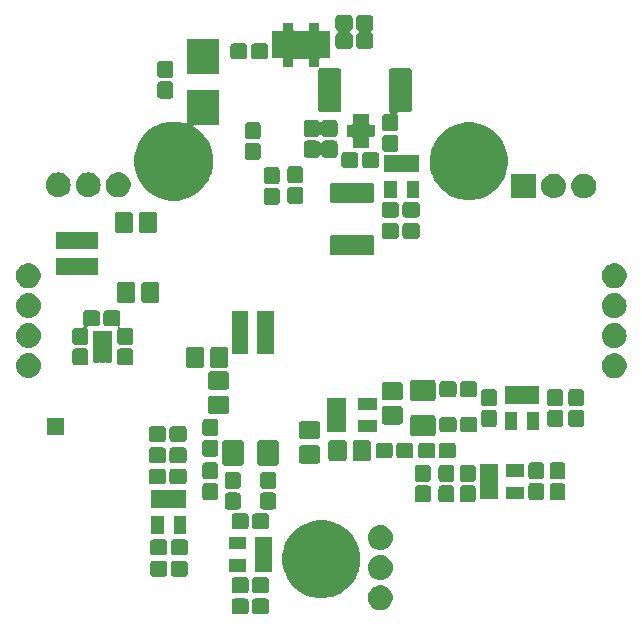
<source format=gbr>
G04 #@! TF.GenerationSoftware,KiCad,Pcbnew,(5.1.0)-1*
G04 #@! TF.CreationDate,2019-06-21T14:41:16-03:00*
G04 #@! TF.ProjectId,PCB_B,5043425f-422e-46b6-9963-61645f706362,rev?*
G04 #@! TF.SameCoordinates,Original*
G04 #@! TF.FileFunction,Soldermask,Top*
G04 #@! TF.FilePolarity,Negative*
%FSLAX46Y46*%
G04 Gerber Fmt 4.6, Leading zero omitted, Abs format (unit mm)*
G04 Created by KiCad (PCBNEW (5.1.0)-1) date 2019-06-21 14:41:16*
%MOMM*%
%LPD*%
G04 APERTURE LIST*
%ADD10C,0.100000*%
G04 APERTURE END LIST*
D10*
G36*
X5378530Y-33530877D02*
G01*
X5430010Y-33546493D01*
X5477445Y-33571848D01*
X5519027Y-33605973D01*
X5553152Y-33647555D01*
X5578507Y-33694990D01*
X5594123Y-33746470D01*
X5600000Y-33806140D01*
X5600000Y-34593860D01*
X5594123Y-34653530D01*
X5578507Y-34705010D01*
X5553152Y-34752445D01*
X5519027Y-34794027D01*
X5477445Y-34828152D01*
X5430010Y-34853507D01*
X5378530Y-34869123D01*
X5318860Y-34875000D01*
X4431140Y-34875000D01*
X4371470Y-34869123D01*
X4319990Y-34853507D01*
X4272555Y-34828152D01*
X4230973Y-34794027D01*
X4196848Y-34752445D01*
X4171493Y-34705010D01*
X4155877Y-34653530D01*
X4150000Y-34593860D01*
X4150000Y-33806140D01*
X4155877Y-33746470D01*
X4171493Y-33694990D01*
X4196848Y-33647555D01*
X4230973Y-33605973D01*
X4272555Y-33571848D01*
X4319990Y-33546493D01*
X4371470Y-33530877D01*
X4431140Y-33525000D01*
X5318860Y-33525000D01*
X5378530Y-33530877D01*
X5378530Y-33530877D01*
G37*
G36*
X3628530Y-33530877D02*
G01*
X3680010Y-33546493D01*
X3727445Y-33571848D01*
X3769027Y-33605973D01*
X3803152Y-33647555D01*
X3828507Y-33694990D01*
X3844123Y-33746470D01*
X3850000Y-33806140D01*
X3850000Y-34593860D01*
X3844123Y-34653530D01*
X3828507Y-34705010D01*
X3803152Y-34752445D01*
X3769027Y-34794027D01*
X3727445Y-34828152D01*
X3680010Y-34853507D01*
X3628530Y-34869123D01*
X3568860Y-34875000D01*
X2681140Y-34875000D01*
X2621470Y-34869123D01*
X2569990Y-34853507D01*
X2522555Y-34828152D01*
X2480973Y-34794027D01*
X2446848Y-34752445D01*
X2421493Y-34705010D01*
X2405877Y-34653530D01*
X2400000Y-34593860D01*
X2400000Y-33806140D01*
X2405877Y-33746470D01*
X2421493Y-33694990D01*
X2446848Y-33647555D01*
X2480973Y-33605973D01*
X2522555Y-33571848D01*
X2569990Y-33546493D01*
X2621470Y-33530877D01*
X2681140Y-33525000D01*
X3568860Y-33525000D01*
X3628530Y-33530877D01*
X3628530Y-33530877D01*
G37*
G36*
X15125528Y-32408889D02*
G01*
X15303115Y-32444212D01*
X15494203Y-32523364D01*
X15666177Y-32638273D01*
X15812430Y-32784526D01*
X15927339Y-32956500D01*
X16006491Y-33147588D01*
X16046841Y-33350446D01*
X16046841Y-33557278D01*
X16006491Y-33760136D01*
X15927339Y-33951224D01*
X15812430Y-34123198D01*
X15666177Y-34269451D01*
X15494203Y-34384360D01*
X15303115Y-34463512D01*
X15125528Y-34498835D01*
X15100258Y-34503862D01*
X14893424Y-34503862D01*
X14868154Y-34498835D01*
X14690567Y-34463512D01*
X14499479Y-34384360D01*
X14327505Y-34269451D01*
X14181252Y-34123198D01*
X14066343Y-33951224D01*
X13987191Y-33760136D01*
X13946841Y-33557278D01*
X13946841Y-33350446D01*
X13987191Y-33147588D01*
X14066343Y-32956500D01*
X14181252Y-32784526D01*
X14327505Y-32638273D01*
X14499479Y-32523364D01*
X14690567Y-32444212D01*
X14868154Y-32408889D01*
X14893424Y-32403862D01*
X15100258Y-32403862D01*
X15125528Y-32408889D01*
X15125528Y-32408889D01*
G37*
G36*
X10643798Y-26963409D02*
G01*
X10962574Y-27026817D01*
X11563136Y-27275578D01*
X12103627Y-27636723D01*
X12563277Y-28096373D01*
X12886224Y-28579696D01*
X12924423Y-28636866D01*
X12948499Y-28694990D01*
X13124509Y-29119916D01*
X13173183Y-29237427D01*
X13298836Y-29869123D01*
X13300000Y-29874978D01*
X13300000Y-30525022D01*
X13173183Y-31162574D01*
X13108959Y-31317624D01*
X12940219Y-31725000D01*
X12924422Y-31763136D01*
X12563277Y-32303627D01*
X12103627Y-32763277D01*
X11563136Y-33124422D01*
X11563135Y-33124423D01*
X11563134Y-33124423D01*
X11507204Y-33147590D01*
X10962574Y-33373183D01*
X10643798Y-33436591D01*
X10325023Y-33500000D01*
X9674977Y-33500000D01*
X9356202Y-33436591D01*
X9037426Y-33373183D01*
X8492796Y-33147590D01*
X8436866Y-33124423D01*
X8436865Y-33124423D01*
X8436864Y-33124422D01*
X7896373Y-32763277D01*
X7436723Y-32303627D01*
X7075578Y-31763136D01*
X7059782Y-31725000D01*
X6891041Y-31317624D01*
X6826817Y-31162574D01*
X6700000Y-30525022D01*
X6700000Y-29874978D01*
X6701165Y-29869123D01*
X6826817Y-29237427D01*
X6875492Y-29119916D01*
X7051501Y-28694990D01*
X7075577Y-28636866D01*
X7113777Y-28579696D01*
X7436723Y-28096373D01*
X7896373Y-27636723D01*
X8436864Y-27275578D01*
X9037426Y-27026817D01*
X9356202Y-26963409D01*
X9674977Y-26900000D01*
X10325023Y-26900000D01*
X10643798Y-26963409D01*
X10643798Y-26963409D01*
G37*
G36*
X5378530Y-31730877D02*
G01*
X5430010Y-31746493D01*
X5477445Y-31771848D01*
X5519027Y-31805973D01*
X5553152Y-31847555D01*
X5578507Y-31894990D01*
X5594123Y-31946470D01*
X5600000Y-32006140D01*
X5600000Y-32793860D01*
X5594123Y-32853530D01*
X5578507Y-32905010D01*
X5553152Y-32952445D01*
X5519027Y-32994027D01*
X5477445Y-33028152D01*
X5430010Y-33053507D01*
X5378530Y-33069123D01*
X5318860Y-33075000D01*
X4431140Y-33075000D01*
X4371470Y-33069123D01*
X4319990Y-33053507D01*
X4272555Y-33028152D01*
X4230973Y-32994027D01*
X4196848Y-32952445D01*
X4171493Y-32905010D01*
X4155877Y-32853530D01*
X4150000Y-32793860D01*
X4150000Y-32006140D01*
X4155877Y-31946470D01*
X4171493Y-31894990D01*
X4196848Y-31847555D01*
X4230973Y-31805973D01*
X4272555Y-31771848D01*
X4319990Y-31746493D01*
X4371470Y-31730877D01*
X4431140Y-31725000D01*
X5318860Y-31725000D01*
X5378530Y-31730877D01*
X5378530Y-31730877D01*
G37*
G36*
X3628530Y-31730877D02*
G01*
X3680010Y-31746493D01*
X3727445Y-31771848D01*
X3769027Y-31805973D01*
X3803152Y-31847555D01*
X3828507Y-31894990D01*
X3844123Y-31946470D01*
X3850000Y-32006140D01*
X3850000Y-32793860D01*
X3844123Y-32853530D01*
X3828507Y-32905010D01*
X3803152Y-32952445D01*
X3769027Y-32994027D01*
X3727445Y-33028152D01*
X3680010Y-33053507D01*
X3628530Y-33069123D01*
X3568860Y-33075000D01*
X2681140Y-33075000D01*
X2621470Y-33069123D01*
X2569990Y-33053507D01*
X2522555Y-33028152D01*
X2480973Y-32994027D01*
X2446848Y-32952445D01*
X2421493Y-32905010D01*
X2405877Y-32853530D01*
X2400000Y-32793860D01*
X2400000Y-32006140D01*
X2405877Y-31946470D01*
X2421493Y-31894990D01*
X2446848Y-31847555D01*
X2480973Y-31805973D01*
X2522555Y-31771848D01*
X2569990Y-31746493D01*
X2621470Y-31730877D01*
X2681140Y-31725000D01*
X3568860Y-31725000D01*
X3628530Y-31730877D01*
X3628530Y-31730877D01*
G37*
G36*
X15125548Y-29871459D02*
G01*
X15202677Y-29879055D01*
X15400603Y-29939095D01*
X15400606Y-29939096D01*
X15583011Y-30036594D01*
X15742896Y-30167807D01*
X15874109Y-30327692D01*
X15971607Y-30510097D01*
X15971608Y-30510100D01*
X16031648Y-30708026D01*
X16051921Y-30913862D01*
X16031648Y-31119698D01*
X15984538Y-31275000D01*
X15971607Y-31317627D01*
X15874109Y-31500032D01*
X15742896Y-31659917D01*
X15583011Y-31791130D01*
X15400606Y-31888628D01*
X15400603Y-31888629D01*
X15202677Y-31948669D01*
X15125548Y-31956265D01*
X15048421Y-31963862D01*
X14945261Y-31963862D01*
X14868134Y-31956265D01*
X14791005Y-31948669D01*
X14593079Y-31888629D01*
X14593076Y-31888628D01*
X14410671Y-31791130D01*
X14250786Y-31659917D01*
X14119573Y-31500032D01*
X14022075Y-31317627D01*
X14009144Y-31275000D01*
X13962034Y-31119698D01*
X13941761Y-30913862D01*
X13962034Y-30708026D01*
X14022074Y-30510100D01*
X14022075Y-30510097D01*
X14119573Y-30327692D01*
X14250786Y-30167807D01*
X14410671Y-30036594D01*
X14593076Y-29939096D01*
X14593079Y-29939095D01*
X14791005Y-29879055D01*
X14868134Y-29871459D01*
X14945261Y-29863862D01*
X15048421Y-29863862D01*
X15125548Y-29871459D01*
X15125548Y-29871459D01*
G37*
G36*
X-1521470Y-30330877D02*
G01*
X-1469990Y-30346493D01*
X-1422555Y-30371848D01*
X-1380973Y-30405973D01*
X-1346848Y-30447555D01*
X-1321493Y-30494990D01*
X-1305877Y-30546470D01*
X-1300000Y-30606140D01*
X-1300000Y-31393860D01*
X-1305877Y-31453530D01*
X-1321493Y-31505010D01*
X-1346848Y-31552445D01*
X-1380973Y-31594027D01*
X-1422555Y-31628152D01*
X-1469990Y-31653507D01*
X-1521470Y-31669123D01*
X-1581140Y-31675000D01*
X-2468860Y-31675000D01*
X-2528530Y-31669123D01*
X-2580010Y-31653507D01*
X-2627445Y-31628152D01*
X-2669027Y-31594027D01*
X-2703152Y-31552445D01*
X-2728507Y-31505010D01*
X-2744123Y-31453530D01*
X-2750000Y-31393860D01*
X-2750000Y-30606140D01*
X-2744123Y-30546470D01*
X-2728507Y-30494990D01*
X-2703152Y-30447555D01*
X-2669027Y-30405973D01*
X-2627445Y-30371848D01*
X-2580010Y-30346493D01*
X-2528530Y-30330877D01*
X-2468860Y-30325000D01*
X-1581140Y-30325000D01*
X-1521470Y-30330877D01*
X-1521470Y-30330877D01*
G37*
G36*
X-3271470Y-30330877D02*
G01*
X-3219990Y-30346493D01*
X-3172555Y-30371848D01*
X-3130973Y-30405973D01*
X-3096848Y-30447555D01*
X-3071493Y-30494990D01*
X-3055877Y-30546470D01*
X-3050000Y-30606140D01*
X-3050000Y-31393860D01*
X-3055877Y-31453530D01*
X-3071493Y-31505010D01*
X-3096848Y-31552445D01*
X-3130973Y-31594027D01*
X-3172555Y-31628152D01*
X-3219990Y-31653507D01*
X-3271470Y-31669123D01*
X-3331140Y-31675000D01*
X-4218860Y-31675000D01*
X-4278530Y-31669123D01*
X-4330010Y-31653507D01*
X-4377445Y-31628152D01*
X-4419027Y-31594027D01*
X-4453152Y-31552445D01*
X-4478507Y-31505010D01*
X-4494123Y-31453530D01*
X-4500000Y-31393860D01*
X-4500000Y-30606140D01*
X-4494123Y-30546470D01*
X-4478507Y-30494990D01*
X-4453152Y-30447555D01*
X-4419027Y-30405973D01*
X-4377445Y-30371848D01*
X-4330010Y-30346493D01*
X-4278530Y-30330877D01*
X-4218860Y-30325000D01*
X-3331140Y-30325000D01*
X-3271470Y-30330877D01*
X-3271470Y-30330877D01*
G37*
G36*
X3630000Y-31275000D02*
G01*
X2170000Y-31275000D01*
X2170000Y-30225000D01*
X3630000Y-30225000D01*
X3630000Y-31275000D01*
X3630000Y-31275000D01*
G37*
G36*
X5830000Y-31275000D02*
G01*
X4370000Y-31275000D01*
X4370000Y-28325000D01*
X5830000Y-28325000D01*
X5830000Y-31275000D01*
X5830000Y-31275000D01*
G37*
G36*
X-1521470Y-28530877D02*
G01*
X-1469990Y-28546493D01*
X-1422555Y-28571848D01*
X-1380973Y-28605973D01*
X-1346848Y-28647555D01*
X-1321493Y-28694990D01*
X-1305877Y-28746470D01*
X-1300000Y-28806140D01*
X-1300000Y-29593860D01*
X-1305877Y-29653530D01*
X-1321493Y-29705010D01*
X-1346848Y-29752445D01*
X-1380973Y-29794027D01*
X-1422555Y-29828152D01*
X-1469990Y-29853507D01*
X-1521470Y-29869123D01*
X-1581140Y-29875000D01*
X-2468860Y-29875000D01*
X-2528530Y-29869123D01*
X-2580010Y-29853507D01*
X-2627445Y-29828152D01*
X-2669027Y-29794027D01*
X-2703152Y-29752445D01*
X-2728507Y-29705010D01*
X-2744123Y-29653530D01*
X-2750000Y-29593860D01*
X-2750000Y-28806140D01*
X-2744123Y-28746470D01*
X-2728507Y-28694990D01*
X-2703152Y-28647555D01*
X-2669027Y-28605973D01*
X-2627445Y-28571848D01*
X-2580010Y-28546493D01*
X-2528530Y-28530877D01*
X-2468860Y-28525000D01*
X-1581140Y-28525000D01*
X-1521470Y-28530877D01*
X-1521470Y-28530877D01*
G37*
G36*
X-3271470Y-28530877D02*
G01*
X-3219990Y-28546493D01*
X-3172555Y-28571848D01*
X-3130973Y-28605973D01*
X-3096848Y-28647555D01*
X-3071493Y-28694990D01*
X-3055877Y-28746470D01*
X-3050000Y-28806140D01*
X-3050000Y-29593860D01*
X-3055877Y-29653530D01*
X-3071493Y-29705010D01*
X-3096848Y-29752445D01*
X-3130973Y-29794027D01*
X-3172555Y-29828152D01*
X-3219990Y-29853507D01*
X-3271470Y-29869123D01*
X-3331140Y-29875000D01*
X-4218860Y-29875000D01*
X-4278530Y-29869123D01*
X-4330010Y-29853507D01*
X-4377445Y-29828152D01*
X-4419027Y-29794027D01*
X-4453152Y-29752445D01*
X-4478507Y-29705010D01*
X-4494123Y-29653530D01*
X-4500000Y-29593860D01*
X-4500000Y-28806140D01*
X-4494123Y-28746470D01*
X-4478507Y-28694990D01*
X-4453152Y-28647555D01*
X-4419027Y-28605973D01*
X-4377445Y-28571848D01*
X-4330010Y-28546493D01*
X-4278530Y-28530877D01*
X-4218860Y-28525000D01*
X-3331140Y-28525000D01*
X-3271470Y-28530877D01*
X-3271470Y-28530877D01*
G37*
G36*
X15125548Y-27331459D02*
G01*
X15202677Y-27339055D01*
X15383345Y-27393860D01*
X15400606Y-27399096D01*
X15583011Y-27496594D01*
X15742896Y-27627807D01*
X15874109Y-27787692D01*
X15971607Y-27970097D01*
X15971608Y-27970100D01*
X16031648Y-28168026D01*
X16051921Y-28373862D01*
X16031648Y-28579698D01*
X15985040Y-28733344D01*
X15971607Y-28777627D01*
X15874109Y-28960032D01*
X15742896Y-29119917D01*
X15583011Y-29251130D01*
X15400606Y-29348628D01*
X15400603Y-29348629D01*
X15202677Y-29408669D01*
X15125548Y-29416265D01*
X15048421Y-29423862D01*
X14945261Y-29423862D01*
X14868134Y-29416265D01*
X14791005Y-29408669D01*
X14593079Y-29348629D01*
X14593076Y-29348628D01*
X14410671Y-29251130D01*
X14250786Y-29119917D01*
X14119573Y-28960032D01*
X14022075Y-28777627D01*
X14008642Y-28733344D01*
X13962034Y-28579698D01*
X13941761Y-28373862D01*
X13962034Y-28168026D01*
X14022074Y-27970100D01*
X14022075Y-27970097D01*
X14119573Y-27787692D01*
X14250786Y-27627807D01*
X14410671Y-27496594D01*
X14593076Y-27399096D01*
X14610337Y-27393860D01*
X14791005Y-27339055D01*
X14868134Y-27331459D01*
X14945261Y-27323862D01*
X15048421Y-27323862D01*
X15125548Y-27331459D01*
X15125548Y-27331459D01*
G37*
G36*
X3630000Y-29375000D02*
G01*
X2170000Y-29375000D01*
X2170000Y-28325000D01*
X3630000Y-28325000D01*
X3630000Y-29375000D01*
X3630000Y-29375000D01*
G37*
G36*
X-3325000Y-28030000D02*
G01*
X-4375000Y-28030000D01*
X-4375000Y-26570000D01*
X-3325000Y-26570000D01*
X-3325000Y-28030000D01*
X-3325000Y-28030000D01*
G37*
G36*
X-1425000Y-28030000D02*
G01*
X-2475000Y-28030000D01*
X-2475000Y-26570000D01*
X-1425000Y-26570000D01*
X-1425000Y-28030000D01*
X-1425000Y-28030000D01*
G37*
G36*
X3628530Y-26330877D02*
G01*
X3680010Y-26346493D01*
X3727445Y-26371848D01*
X3769027Y-26405973D01*
X3803152Y-26447555D01*
X3828507Y-26494990D01*
X3844123Y-26546470D01*
X3850000Y-26606140D01*
X3850000Y-27393860D01*
X3844123Y-27453530D01*
X3828507Y-27505010D01*
X3803152Y-27552445D01*
X3769027Y-27594027D01*
X3727445Y-27628152D01*
X3680010Y-27653507D01*
X3628530Y-27669123D01*
X3568860Y-27675000D01*
X2681140Y-27675000D01*
X2621470Y-27669123D01*
X2569990Y-27653507D01*
X2522555Y-27628152D01*
X2480973Y-27594027D01*
X2446848Y-27552445D01*
X2421493Y-27505010D01*
X2405877Y-27453530D01*
X2400000Y-27393860D01*
X2400000Y-26606140D01*
X2405877Y-26546470D01*
X2421493Y-26494990D01*
X2446848Y-26447555D01*
X2480973Y-26405973D01*
X2522555Y-26371848D01*
X2569990Y-26346493D01*
X2621470Y-26330877D01*
X2681140Y-26325000D01*
X3568860Y-26325000D01*
X3628530Y-26330877D01*
X3628530Y-26330877D01*
G37*
G36*
X5378530Y-26330877D02*
G01*
X5430010Y-26346493D01*
X5477445Y-26371848D01*
X5519027Y-26405973D01*
X5553152Y-26447555D01*
X5578507Y-26494990D01*
X5594123Y-26546470D01*
X5600000Y-26606140D01*
X5600000Y-27393860D01*
X5594123Y-27453530D01*
X5578507Y-27505010D01*
X5553152Y-27552445D01*
X5519027Y-27594027D01*
X5477445Y-27628152D01*
X5430010Y-27653507D01*
X5378530Y-27669123D01*
X5318860Y-27675000D01*
X4431140Y-27675000D01*
X4371470Y-27669123D01*
X4319990Y-27653507D01*
X4272555Y-27628152D01*
X4230973Y-27594027D01*
X4196848Y-27552445D01*
X4171493Y-27505010D01*
X4155877Y-27453530D01*
X4150000Y-27393860D01*
X4150000Y-26606140D01*
X4155877Y-26546470D01*
X4171493Y-26494990D01*
X4196848Y-26447555D01*
X4230973Y-26405973D01*
X4272555Y-26371848D01*
X4319990Y-26346493D01*
X4371470Y-26330877D01*
X4431140Y-26325000D01*
X5318860Y-26325000D01*
X5378530Y-26330877D01*
X5378530Y-26330877D01*
G37*
G36*
X2953530Y-24555877D02*
G01*
X3005010Y-24571493D01*
X3052445Y-24596848D01*
X3094027Y-24630973D01*
X3128152Y-24672555D01*
X3153507Y-24719990D01*
X3169123Y-24771470D01*
X3175000Y-24831140D01*
X3175000Y-25718860D01*
X3169123Y-25778530D01*
X3153507Y-25830010D01*
X3128152Y-25877445D01*
X3094027Y-25919027D01*
X3052445Y-25953152D01*
X3005010Y-25978507D01*
X2953530Y-25994123D01*
X2893860Y-26000000D01*
X2106140Y-26000000D01*
X2046470Y-25994123D01*
X1994990Y-25978507D01*
X1947555Y-25953152D01*
X1905973Y-25919027D01*
X1871848Y-25877445D01*
X1846493Y-25830010D01*
X1830877Y-25778530D01*
X1825000Y-25718860D01*
X1825000Y-24831140D01*
X1830877Y-24771470D01*
X1846493Y-24719990D01*
X1871848Y-24672555D01*
X1905973Y-24630973D01*
X1947555Y-24596848D01*
X1994990Y-24571493D01*
X2046470Y-24555877D01*
X2106140Y-24550000D01*
X2893860Y-24550000D01*
X2953530Y-24555877D01*
X2953530Y-24555877D01*
G37*
G36*
X5953530Y-24555877D02*
G01*
X6005010Y-24571493D01*
X6052445Y-24596848D01*
X6094027Y-24630973D01*
X6128152Y-24672555D01*
X6153507Y-24719990D01*
X6169123Y-24771470D01*
X6175000Y-24831140D01*
X6175000Y-25718860D01*
X6169123Y-25778530D01*
X6153507Y-25830010D01*
X6128152Y-25877445D01*
X6094027Y-25919027D01*
X6052445Y-25953152D01*
X6005010Y-25978507D01*
X5953530Y-25994123D01*
X5893860Y-26000000D01*
X5106140Y-26000000D01*
X5046470Y-25994123D01*
X4994990Y-25978507D01*
X4947555Y-25953152D01*
X4905973Y-25919027D01*
X4871848Y-25877445D01*
X4846493Y-25830010D01*
X4830877Y-25778530D01*
X4825000Y-25718860D01*
X4825000Y-24831140D01*
X4830877Y-24771470D01*
X4846493Y-24719990D01*
X4871848Y-24672555D01*
X4905973Y-24630973D01*
X4947555Y-24596848D01*
X4994990Y-24571493D01*
X5046470Y-24555877D01*
X5106140Y-24550000D01*
X5893860Y-24550000D01*
X5953530Y-24555877D01*
X5953530Y-24555877D01*
G37*
G36*
X-1425000Y-25830000D02*
G01*
X-4375000Y-25830000D01*
X-4375000Y-24370000D01*
X-1425000Y-24370000D01*
X-1425000Y-25830000D01*
X-1425000Y-25830000D01*
G37*
G36*
X22853530Y-23955877D02*
G01*
X22905010Y-23971493D01*
X22952445Y-23996848D01*
X22994027Y-24030973D01*
X23028152Y-24072555D01*
X23053507Y-24119990D01*
X23069123Y-24171470D01*
X23075000Y-24231140D01*
X23075000Y-25118860D01*
X23069123Y-25178530D01*
X23053507Y-25230010D01*
X23028152Y-25277445D01*
X22994027Y-25319027D01*
X22952445Y-25353152D01*
X22905010Y-25378507D01*
X22853530Y-25394123D01*
X22793860Y-25400000D01*
X22006140Y-25400000D01*
X21946470Y-25394123D01*
X21894990Y-25378507D01*
X21847555Y-25353152D01*
X21805973Y-25319027D01*
X21771848Y-25277445D01*
X21746493Y-25230010D01*
X21730877Y-25178530D01*
X21725000Y-25118860D01*
X21725000Y-24231140D01*
X21730877Y-24171470D01*
X21746493Y-24119990D01*
X21771848Y-24072555D01*
X21805973Y-24030973D01*
X21847555Y-23996848D01*
X21894990Y-23971493D01*
X21946470Y-23955877D01*
X22006140Y-23950000D01*
X22793860Y-23950000D01*
X22853530Y-23955877D01*
X22853530Y-23955877D01*
G37*
G36*
X21053530Y-23955877D02*
G01*
X21105010Y-23971493D01*
X21152445Y-23996848D01*
X21194027Y-24030973D01*
X21228152Y-24072555D01*
X21253507Y-24119990D01*
X21269123Y-24171470D01*
X21275000Y-24231140D01*
X21275000Y-25118860D01*
X21269123Y-25178530D01*
X21253507Y-25230010D01*
X21228152Y-25277445D01*
X21194027Y-25319027D01*
X21152445Y-25353152D01*
X21105010Y-25378507D01*
X21053530Y-25394123D01*
X20993860Y-25400000D01*
X20206140Y-25400000D01*
X20146470Y-25394123D01*
X20094990Y-25378507D01*
X20047555Y-25353152D01*
X20005973Y-25319027D01*
X19971848Y-25277445D01*
X19946493Y-25230010D01*
X19930877Y-25178530D01*
X19925000Y-25118860D01*
X19925000Y-24231140D01*
X19930877Y-24171470D01*
X19946493Y-24119990D01*
X19971848Y-24072555D01*
X20005973Y-24030973D01*
X20047555Y-23996848D01*
X20094990Y-23971493D01*
X20146470Y-23955877D01*
X20206140Y-23950000D01*
X20993860Y-23950000D01*
X21053530Y-23955877D01*
X21053530Y-23955877D01*
G37*
G36*
X19053530Y-23955877D02*
G01*
X19105010Y-23971493D01*
X19152445Y-23996848D01*
X19194027Y-24030973D01*
X19228152Y-24072555D01*
X19253507Y-24119990D01*
X19269123Y-24171470D01*
X19275000Y-24231140D01*
X19275000Y-25118860D01*
X19269123Y-25178530D01*
X19253507Y-25230010D01*
X19228152Y-25277445D01*
X19194027Y-25319027D01*
X19152445Y-25353152D01*
X19105010Y-25378507D01*
X19053530Y-25394123D01*
X18993860Y-25400000D01*
X18206140Y-25400000D01*
X18146470Y-25394123D01*
X18094990Y-25378507D01*
X18047555Y-25353152D01*
X18005973Y-25319027D01*
X17971848Y-25277445D01*
X17946493Y-25230010D01*
X17930877Y-25178530D01*
X17925000Y-25118860D01*
X17925000Y-24231140D01*
X17930877Y-24171470D01*
X17946493Y-24119990D01*
X17971848Y-24072555D01*
X18005973Y-24030973D01*
X18047555Y-23996848D01*
X18094990Y-23971493D01*
X18146470Y-23955877D01*
X18206140Y-23950000D01*
X18993860Y-23950000D01*
X19053530Y-23955877D01*
X19053530Y-23955877D01*
G37*
G36*
X28653530Y-23755877D02*
G01*
X28705010Y-23771493D01*
X28752445Y-23796848D01*
X28794027Y-23830973D01*
X28828152Y-23872555D01*
X28853507Y-23919990D01*
X28869123Y-23971470D01*
X28875000Y-24031140D01*
X28875000Y-24918860D01*
X28869123Y-24978530D01*
X28853507Y-25030010D01*
X28828152Y-25077445D01*
X28794027Y-25119027D01*
X28752445Y-25153152D01*
X28705010Y-25178507D01*
X28653530Y-25194123D01*
X28593860Y-25200000D01*
X27806140Y-25200000D01*
X27746470Y-25194123D01*
X27694990Y-25178507D01*
X27647555Y-25153152D01*
X27605973Y-25119027D01*
X27571848Y-25077445D01*
X27546493Y-25030010D01*
X27530877Y-24978530D01*
X27525000Y-24918860D01*
X27525000Y-24031140D01*
X27530877Y-23971470D01*
X27546493Y-23919990D01*
X27571848Y-23872555D01*
X27605973Y-23830973D01*
X27647555Y-23796848D01*
X27694990Y-23771493D01*
X27746470Y-23755877D01*
X27806140Y-23750000D01*
X28593860Y-23750000D01*
X28653530Y-23755877D01*
X28653530Y-23755877D01*
G37*
G36*
X30453530Y-23755877D02*
G01*
X30505010Y-23771493D01*
X30552445Y-23796848D01*
X30594027Y-23830973D01*
X30628152Y-23872555D01*
X30653507Y-23919990D01*
X30669123Y-23971470D01*
X30675000Y-24031140D01*
X30675000Y-24918860D01*
X30669123Y-24978530D01*
X30653507Y-25030010D01*
X30628152Y-25077445D01*
X30594027Y-25119027D01*
X30552445Y-25153152D01*
X30505010Y-25178507D01*
X30453530Y-25194123D01*
X30393860Y-25200000D01*
X29606140Y-25200000D01*
X29546470Y-25194123D01*
X29494990Y-25178507D01*
X29447555Y-25153152D01*
X29405973Y-25119027D01*
X29371848Y-25077445D01*
X29346493Y-25030010D01*
X29330877Y-24978530D01*
X29325000Y-24918860D01*
X29325000Y-24031140D01*
X29330877Y-23971470D01*
X29346493Y-23919990D01*
X29371848Y-23872555D01*
X29405973Y-23830973D01*
X29447555Y-23796848D01*
X29494990Y-23771493D01*
X29546470Y-23755877D01*
X29606140Y-23750000D01*
X30393860Y-23750000D01*
X30453530Y-23755877D01*
X30453530Y-23755877D01*
G37*
G36*
X1053530Y-23755877D02*
G01*
X1105010Y-23771493D01*
X1152445Y-23796848D01*
X1194027Y-23830973D01*
X1228152Y-23872555D01*
X1253507Y-23919990D01*
X1269123Y-23971470D01*
X1275000Y-24031140D01*
X1275000Y-24918860D01*
X1269123Y-24978530D01*
X1253507Y-25030010D01*
X1228152Y-25077445D01*
X1194027Y-25119027D01*
X1152445Y-25153152D01*
X1105010Y-25178507D01*
X1053530Y-25194123D01*
X993860Y-25200000D01*
X206140Y-25200000D01*
X146470Y-25194123D01*
X94990Y-25178507D01*
X47555Y-25153152D01*
X5973Y-25119027D01*
X-28152Y-25077445D01*
X-53507Y-25030010D01*
X-69123Y-24978530D01*
X-75000Y-24918860D01*
X-75000Y-24031140D01*
X-69123Y-23971470D01*
X-53507Y-23919990D01*
X-28152Y-23872555D01*
X5973Y-23830973D01*
X47555Y-23796848D01*
X94990Y-23771493D01*
X146470Y-23755877D01*
X206140Y-23750000D01*
X993860Y-23750000D01*
X1053530Y-23755877D01*
X1053530Y-23755877D01*
G37*
G36*
X24930000Y-25125000D02*
G01*
X23470000Y-25125000D01*
X23470000Y-22175000D01*
X24930000Y-22175000D01*
X24930000Y-25125000D01*
X24930000Y-25125000D01*
G37*
G36*
X27130000Y-25125000D02*
G01*
X25670000Y-25125000D01*
X25670000Y-24075000D01*
X27130000Y-24075000D01*
X27130000Y-25125000D01*
X27130000Y-25125000D01*
G37*
G36*
X5953530Y-22805877D02*
G01*
X6005010Y-22821493D01*
X6052445Y-22846848D01*
X6094027Y-22880973D01*
X6128152Y-22922555D01*
X6153507Y-22969990D01*
X6169123Y-23021470D01*
X6175000Y-23081140D01*
X6175000Y-23968860D01*
X6169123Y-24028530D01*
X6153507Y-24080010D01*
X6128152Y-24127445D01*
X6094027Y-24169027D01*
X6052445Y-24203152D01*
X6005010Y-24228507D01*
X5953530Y-24244123D01*
X5893860Y-24250000D01*
X5106140Y-24250000D01*
X5046470Y-24244123D01*
X4994990Y-24228507D01*
X4947555Y-24203152D01*
X4905973Y-24169027D01*
X4871848Y-24127445D01*
X4846493Y-24080010D01*
X4830877Y-24028530D01*
X4825000Y-23968860D01*
X4825000Y-23081140D01*
X4830877Y-23021470D01*
X4846493Y-22969990D01*
X4871848Y-22922555D01*
X4905973Y-22880973D01*
X4947555Y-22846848D01*
X4994990Y-22821493D01*
X5046470Y-22805877D01*
X5106140Y-22800000D01*
X5893860Y-22800000D01*
X5953530Y-22805877D01*
X5953530Y-22805877D01*
G37*
G36*
X2953530Y-22805877D02*
G01*
X3005010Y-22821493D01*
X3052445Y-22846848D01*
X3094027Y-22880973D01*
X3128152Y-22922555D01*
X3153507Y-22969990D01*
X3169123Y-23021470D01*
X3175000Y-23081140D01*
X3175000Y-23968860D01*
X3169123Y-24028530D01*
X3153507Y-24080010D01*
X3128152Y-24127445D01*
X3094027Y-24169027D01*
X3052445Y-24203152D01*
X3005010Y-24228507D01*
X2953530Y-24244123D01*
X2893860Y-24250000D01*
X2106140Y-24250000D01*
X2046470Y-24244123D01*
X1994990Y-24228507D01*
X1947555Y-24203152D01*
X1905973Y-24169027D01*
X1871848Y-24127445D01*
X1846493Y-24080010D01*
X1830877Y-24028530D01*
X1825000Y-23968860D01*
X1825000Y-23081140D01*
X1830877Y-23021470D01*
X1846493Y-22969990D01*
X1871848Y-22922555D01*
X1905973Y-22880973D01*
X1947555Y-22846848D01*
X1994990Y-22821493D01*
X2046470Y-22805877D01*
X2106140Y-22800000D01*
X2893860Y-22800000D01*
X2953530Y-22805877D01*
X2953530Y-22805877D01*
G37*
G36*
X-1621470Y-22530877D02*
G01*
X-1569990Y-22546493D01*
X-1522555Y-22571848D01*
X-1480973Y-22605973D01*
X-1446848Y-22647555D01*
X-1421493Y-22694990D01*
X-1405877Y-22746470D01*
X-1400000Y-22806140D01*
X-1400000Y-23593860D01*
X-1405877Y-23653530D01*
X-1421493Y-23705010D01*
X-1446848Y-23752445D01*
X-1480973Y-23794027D01*
X-1522555Y-23828152D01*
X-1569990Y-23853507D01*
X-1621470Y-23869123D01*
X-1681140Y-23875000D01*
X-2568860Y-23875000D01*
X-2628530Y-23869123D01*
X-2680010Y-23853507D01*
X-2727445Y-23828152D01*
X-2769027Y-23794027D01*
X-2803152Y-23752445D01*
X-2828507Y-23705010D01*
X-2844123Y-23653530D01*
X-2850000Y-23593860D01*
X-2850000Y-22806140D01*
X-2844123Y-22746470D01*
X-2828507Y-22694990D01*
X-2803152Y-22647555D01*
X-2769027Y-22605973D01*
X-2727445Y-22571848D01*
X-2680010Y-22546493D01*
X-2628530Y-22530877D01*
X-2568860Y-22525000D01*
X-1681140Y-22525000D01*
X-1621470Y-22530877D01*
X-1621470Y-22530877D01*
G37*
G36*
X-3371470Y-22530877D02*
G01*
X-3319990Y-22546493D01*
X-3272555Y-22571848D01*
X-3230973Y-22605973D01*
X-3196848Y-22647555D01*
X-3171493Y-22694990D01*
X-3155877Y-22746470D01*
X-3150000Y-22806140D01*
X-3150000Y-23593860D01*
X-3155877Y-23653530D01*
X-3171493Y-23705010D01*
X-3196848Y-23752445D01*
X-3230973Y-23794027D01*
X-3272555Y-23828152D01*
X-3319990Y-23853507D01*
X-3371470Y-23869123D01*
X-3431140Y-23875000D01*
X-4318860Y-23875000D01*
X-4378530Y-23869123D01*
X-4430010Y-23853507D01*
X-4477445Y-23828152D01*
X-4519027Y-23794027D01*
X-4553152Y-23752445D01*
X-4578507Y-23705010D01*
X-4594123Y-23653530D01*
X-4600000Y-23593860D01*
X-4600000Y-22806140D01*
X-4594123Y-22746470D01*
X-4578507Y-22694990D01*
X-4553152Y-22647555D01*
X-4519027Y-22605973D01*
X-4477445Y-22571848D01*
X-4430010Y-22546493D01*
X-4378530Y-22530877D01*
X-4318860Y-22525000D01*
X-3431140Y-22525000D01*
X-3371470Y-22530877D01*
X-3371470Y-22530877D01*
G37*
G36*
X22853530Y-22205877D02*
G01*
X22905010Y-22221493D01*
X22952445Y-22246848D01*
X22994027Y-22280973D01*
X23028152Y-22322555D01*
X23053507Y-22369990D01*
X23069123Y-22421470D01*
X23075000Y-22481140D01*
X23075000Y-23368860D01*
X23069123Y-23428530D01*
X23053507Y-23480010D01*
X23028152Y-23527445D01*
X22994027Y-23569027D01*
X22952445Y-23603152D01*
X22905010Y-23628507D01*
X22853530Y-23644123D01*
X22793860Y-23650000D01*
X22006140Y-23650000D01*
X21946470Y-23644123D01*
X21894990Y-23628507D01*
X21847555Y-23603152D01*
X21805973Y-23569027D01*
X21771848Y-23527445D01*
X21746493Y-23480010D01*
X21730877Y-23428530D01*
X21725000Y-23368860D01*
X21725000Y-22481140D01*
X21730877Y-22421470D01*
X21746493Y-22369990D01*
X21771848Y-22322555D01*
X21805973Y-22280973D01*
X21847555Y-22246848D01*
X21894990Y-22221493D01*
X21946470Y-22205877D01*
X22006140Y-22200000D01*
X22793860Y-22200000D01*
X22853530Y-22205877D01*
X22853530Y-22205877D01*
G37*
G36*
X19053530Y-22205877D02*
G01*
X19105010Y-22221493D01*
X19152445Y-22246848D01*
X19194027Y-22280973D01*
X19228152Y-22322555D01*
X19253507Y-22369990D01*
X19269123Y-22421470D01*
X19275000Y-22481140D01*
X19275000Y-23368860D01*
X19269123Y-23428530D01*
X19253507Y-23480010D01*
X19228152Y-23527445D01*
X19194027Y-23569027D01*
X19152445Y-23603152D01*
X19105010Y-23628507D01*
X19053530Y-23644123D01*
X18993860Y-23650000D01*
X18206140Y-23650000D01*
X18146470Y-23644123D01*
X18094990Y-23628507D01*
X18047555Y-23603152D01*
X18005973Y-23569027D01*
X17971848Y-23527445D01*
X17946493Y-23480010D01*
X17930877Y-23428530D01*
X17925000Y-23368860D01*
X17925000Y-22481140D01*
X17930877Y-22421470D01*
X17946493Y-22369990D01*
X17971848Y-22322555D01*
X18005973Y-22280973D01*
X18047555Y-22246848D01*
X18094990Y-22221493D01*
X18146470Y-22205877D01*
X18206140Y-22200000D01*
X18993860Y-22200000D01*
X19053530Y-22205877D01*
X19053530Y-22205877D01*
G37*
G36*
X21053530Y-22205877D02*
G01*
X21105010Y-22221493D01*
X21152445Y-22246848D01*
X21194027Y-22280973D01*
X21228152Y-22322555D01*
X21253507Y-22369990D01*
X21269123Y-22421470D01*
X21275000Y-22481140D01*
X21275000Y-23368860D01*
X21269123Y-23428530D01*
X21253507Y-23480010D01*
X21228152Y-23527445D01*
X21194027Y-23569027D01*
X21152445Y-23603152D01*
X21105010Y-23628507D01*
X21053530Y-23644123D01*
X20993860Y-23650000D01*
X20206140Y-23650000D01*
X20146470Y-23644123D01*
X20094990Y-23628507D01*
X20047555Y-23603152D01*
X20005973Y-23569027D01*
X19971848Y-23527445D01*
X19946493Y-23480010D01*
X19930877Y-23428530D01*
X19925000Y-23368860D01*
X19925000Y-22481140D01*
X19930877Y-22421470D01*
X19946493Y-22369990D01*
X19971848Y-22322555D01*
X20005973Y-22280973D01*
X20047555Y-22246848D01*
X20094990Y-22221493D01*
X20146470Y-22205877D01*
X20206140Y-22200000D01*
X20993860Y-22200000D01*
X21053530Y-22205877D01*
X21053530Y-22205877D01*
G37*
G36*
X1053530Y-22005877D02*
G01*
X1105010Y-22021493D01*
X1152445Y-22046848D01*
X1194027Y-22080973D01*
X1228152Y-22122555D01*
X1253507Y-22169990D01*
X1269123Y-22221470D01*
X1275000Y-22281140D01*
X1275000Y-23168860D01*
X1269123Y-23228530D01*
X1253507Y-23280010D01*
X1228152Y-23327445D01*
X1194027Y-23369027D01*
X1152445Y-23403152D01*
X1105010Y-23428507D01*
X1053530Y-23444123D01*
X993860Y-23450000D01*
X206140Y-23450000D01*
X146470Y-23444123D01*
X94990Y-23428507D01*
X47555Y-23403152D01*
X5973Y-23369027D01*
X-28152Y-23327445D01*
X-53507Y-23280010D01*
X-69123Y-23228530D01*
X-75000Y-23168860D01*
X-75000Y-22281140D01*
X-69123Y-22221470D01*
X-53507Y-22169990D01*
X-28152Y-22122555D01*
X5973Y-22080973D01*
X47555Y-22046848D01*
X94990Y-22021493D01*
X146470Y-22005877D01*
X206140Y-22000000D01*
X993860Y-22000000D01*
X1053530Y-22005877D01*
X1053530Y-22005877D01*
G37*
G36*
X28653530Y-22005877D02*
G01*
X28705010Y-22021493D01*
X28752445Y-22046848D01*
X28794027Y-22080973D01*
X28828152Y-22122555D01*
X28853507Y-22169990D01*
X28869123Y-22221470D01*
X28875000Y-22281140D01*
X28875000Y-23168860D01*
X28869123Y-23228530D01*
X28853507Y-23280010D01*
X28828152Y-23327445D01*
X28794027Y-23369027D01*
X28752445Y-23403152D01*
X28705010Y-23428507D01*
X28653530Y-23444123D01*
X28593860Y-23450000D01*
X27806140Y-23450000D01*
X27746470Y-23444123D01*
X27694990Y-23428507D01*
X27647555Y-23403152D01*
X27605973Y-23369027D01*
X27571848Y-23327445D01*
X27546493Y-23280010D01*
X27530877Y-23228530D01*
X27525000Y-23168860D01*
X27525000Y-22281140D01*
X27530877Y-22221470D01*
X27546493Y-22169990D01*
X27571848Y-22122555D01*
X27605973Y-22080973D01*
X27647555Y-22046848D01*
X27694990Y-22021493D01*
X27746470Y-22005877D01*
X27806140Y-22000000D01*
X28593860Y-22000000D01*
X28653530Y-22005877D01*
X28653530Y-22005877D01*
G37*
G36*
X30453530Y-22005877D02*
G01*
X30505010Y-22021493D01*
X30552445Y-22046848D01*
X30594027Y-22080973D01*
X30628152Y-22122555D01*
X30653507Y-22169990D01*
X30669123Y-22221470D01*
X30675000Y-22281140D01*
X30675000Y-23168860D01*
X30669123Y-23228530D01*
X30653507Y-23280010D01*
X30628152Y-23327445D01*
X30594027Y-23369027D01*
X30552445Y-23403152D01*
X30505010Y-23428507D01*
X30453530Y-23444123D01*
X30393860Y-23450000D01*
X29606140Y-23450000D01*
X29546470Y-23444123D01*
X29494990Y-23428507D01*
X29447555Y-23403152D01*
X29405973Y-23369027D01*
X29371848Y-23327445D01*
X29346493Y-23280010D01*
X29330877Y-23228530D01*
X29325000Y-23168860D01*
X29325000Y-22281140D01*
X29330877Y-22221470D01*
X29346493Y-22169990D01*
X29371848Y-22122555D01*
X29405973Y-22080973D01*
X29447555Y-22046848D01*
X29494990Y-22021493D01*
X29546470Y-22005877D01*
X29606140Y-22000000D01*
X30393860Y-22000000D01*
X30453530Y-22005877D01*
X30453530Y-22005877D01*
G37*
G36*
X27130000Y-23225000D02*
G01*
X25670000Y-23225000D01*
X25670000Y-22175000D01*
X27130000Y-22175000D01*
X27130000Y-23225000D01*
X27130000Y-23225000D01*
G37*
G36*
X3232481Y-20130186D02*
G01*
X3277205Y-20143754D01*
X3318430Y-20165789D01*
X3354561Y-20195439D01*
X3384211Y-20231570D01*
X3406246Y-20272795D01*
X3419814Y-20317519D01*
X3425000Y-20370176D01*
X3425000Y-22029824D01*
X3419814Y-22082481D01*
X3406246Y-22127205D01*
X3384211Y-22168430D01*
X3354561Y-22204561D01*
X3318430Y-22234211D01*
X3277205Y-22256246D01*
X3232481Y-22269814D01*
X3179824Y-22275000D01*
X1845176Y-22275000D01*
X1792519Y-22269814D01*
X1747795Y-22256246D01*
X1706570Y-22234211D01*
X1670439Y-22204561D01*
X1640789Y-22168430D01*
X1618754Y-22127205D01*
X1605186Y-22082481D01*
X1600000Y-22029824D01*
X1600000Y-20370176D01*
X1605186Y-20317519D01*
X1618754Y-20272795D01*
X1640789Y-20231570D01*
X1670439Y-20195439D01*
X1706570Y-20165789D01*
X1747795Y-20143754D01*
X1792519Y-20130186D01*
X1845176Y-20125000D01*
X3179824Y-20125000D01*
X3232481Y-20130186D01*
X3232481Y-20130186D01*
G37*
G36*
X6207481Y-20130186D02*
G01*
X6252205Y-20143754D01*
X6293430Y-20165789D01*
X6329561Y-20195439D01*
X6359211Y-20231570D01*
X6381246Y-20272795D01*
X6394814Y-20317519D01*
X6400000Y-20370176D01*
X6400000Y-22029824D01*
X6394814Y-22082481D01*
X6381246Y-22127205D01*
X6359211Y-22168430D01*
X6329561Y-22204561D01*
X6293430Y-22234211D01*
X6252205Y-22256246D01*
X6207481Y-22269814D01*
X6154824Y-22275000D01*
X4820176Y-22275000D01*
X4767519Y-22269814D01*
X4722795Y-22256246D01*
X4681570Y-22234211D01*
X4645439Y-22204561D01*
X4615789Y-22168430D01*
X4593754Y-22127205D01*
X4580186Y-22082481D01*
X4575000Y-22029824D01*
X4575000Y-20370176D01*
X4580186Y-20317519D01*
X4593754Y-20272795D01*
X4615789Y-20231570D01*
X4645439Y-20195439D01*
X4681570Y-20165789D01*
X4722795Y-20143754D01*
X4767519Y-20130186D01*
X4820176Y-20125000D01*
X6154824Y-20125000D01*
X6207481Y-20130186D01*
X6207481Y-20130186D01*
G37*
G36*
X9685529Y-20555710D02*
G01*
X9735378Y-20570831D01*
X9781310Y-20595382D01*
X9821574Y-20628426D01*
X9854618Y-20668690D01*
X9879169Y-20714622D01*
X9894290Y-20764471D01*
X9900000Y-20822444D01*
X9900000Y-21827556D01*
X9894290Y-21885529D01*
X9879169Y-21935378D01*
X9854618Y-21981310D01*
X9821574Y-22021574D01*
X9781310Y-22054618D01*
X9735378Y-22079169D01*
X9685529Y-22094290D01*
X9627556Y-22100000D01*
X8372444Y-22100000D01*
X8314471Y-22094290D01*
X8264622Y-22079169D01*
X8218690Y-22054618D01*
X8178426Y-22021574D01*
X8145382Y-21981310D01*
X8120831Y-21935378D01*
X8105710Y-21885529D01*
X8100000Y-21827556D01*
X8100000Y-20822444D01*
X8105710Y-20764471D01*
X8120831Y-20714622D01*
X8145382Y-20668690D01*
X8178426Y-20628426D01*
X8218690Y-20595382D01*
X8264622Y-20570831D01*
X8314471Y-20555710D01*
X8372444Y-20550000D01*
X9627556Y-20550000D01*
X9685529Y-20555710D01*
X9685529Y-20555710D01*
G37*
G36*
X-3371470Y-20730877D02*
G01*
X-3319990Y-20746493D01*
X-3272555Y-20771848D01*
X-3230973Y-20805973D01*
X-3196848Y-20847555D01*
X-3171493Y-20894990D01*
X-3155877Y-20946470D01*
X-3150000Y-21006140D01*
X-3150000Y-21793860D01*
X-3155877Y-21853530D01*
X-3171493Y-21905010D01*
X-3196848Y-21952445D01*
X-3230973Y-21994027D01*
X-3272555Y-22028152D01*
X-3319990Y-22053507D01*
X-3371470Y-22069123D01*
X-3431140Y-22075000D01*
X-4318860Y-22075000D01*
X-4378530Y-22069123D01*
X-4430010Y-22053507D01*
X-4477445Y-22028152D01*
X-4519027Y-21994027D01*
X-4553152Y-21952445D01*
X-4578507Y-21905010D01*
X-4594123Y-21853530D01*
X-4600000Y-21793860D01*
X-4600000Y-21006140D01*
X-4594123Y-20946470D01*
X-4578507Y-20894990D01*
X-4553152Y-20847555D01*
X-4519027Y-20805973D01*
X-4477445Y-20771848D01*
X-4430010Y-20746493D01*
X-4378530Y-20730877D01*
X-4318860Y-20725000D01*
X-3431140Y-20725000D01*
X-3371470Y-20730877D01*
X-3371470Y-20730877D01*
G37*
G36*
X-1621470Y-20730877D02*
G01*
X-1569990Y-20746493D01*
X-1522555Y-20771848D01*
X-1480973Y-20805973D01*
X-1446848Y-20847555D01*
X-1421493Y-20894990D01*
X-1405877Y-20946470D01*
X-1400000Y-21006140D01*
X-1400000Y-21793860D01*
X-1405877Y-21853530D01*
X-1421493Y-21905010D01*
X-1446848Y-21952445D01*
X-1480973Y-21994027D01*
X-1522555Y-22028152D01*
X-1569990Y-22053507D01*
X-1621470Y-22069123D01*
X-1681140Y-22075000D01*
X-2568860Y-22075000D01*
X-2628530Y-22069123D01*
X-2680010Y-22053507D01*
X-2727445Y-22028152D01*
X-2769027Y-21994027D01*
X-2803152Y-21952445D01*
X-2828507Y-21905010D01*
X-2844123Y-21853530D01*
X-2850000Y-21793860D01*
X-2850000Y-21006140D01*
X-2844123Y-20946470D01*
X-2828507Y-20894990D01*
X-2803152Y-20847555D01*
X-2769027Y-20805973D01*
X-2727445Y-20771848D01*
X-2680010Y-20746493D01*
X-2628530Y-20730877D01*
X-2568860Y-20725000D01*
X-1681140Y-20725000D01*
X-1621470Y-20730877D01*
X-1621470Y-20730877D01*
G37*
G36*
X11935529Y-20105710D02*
G01*
X11985378Y-20120831D01*
X12031310Y-20145382D01*
X12071574Y-20178426D01*
X12104618Y-20218690D01*
X12129169Y-20264622D01*
X12144290Y-20314471D01*
X12150000Y-20372444D01*
X12150000Y-21627556D01*
X12144290Y-21685529D01*
X12129169Y-21735378D01*
X12104618Y-21781310D01*
X12071574Y-21821574D01*
X12031310Y-21854618D01*
X11985378Y-21879169D01*
X11935529Y-21894290D01*
X11877556Y-21900000D01*
X10872444Y-21900000D01*
X10814471Y-21894290D01*
X10764622Y-21879169D01*
X10718690Y-21854618D01*
X10678426Y-21821574D01*
X10645382Y-21781310D01*
X10620831Y-21735378D01*
X10605710Y-21685529D01*
X10600000Y-21627556D01*
X10600000Y-20372444D01*
X10605710Y-20314471D01*
X10620831Y-20264622D01*
X10645382Y-20218690D01*
X10678426Y-20178426D01*
X10718690Y-20145382D01*
X10764622Y-20120831D01*
X10814471Y-20105710D01*
X10872444Y-20100000D01*
X11877556Y-20100000D01*
X11935529Y-20105710D01*
X11935529Y-20105710D01*
G37*
G36*
X13985529Y-20105710D02*
G01*
X14035378Y-20120831D01*
X14081310Y-20145382D01*
X14121574Y-20178426D01*
X14154618Y-20218690D01*
X14179169Y-20264622D01*
X14194290Y-20314471D01*
X14200000Y-20372444D01*
X14200000Y-21627556D01*
X14194290Y-21685529D01*
X14179169Y-21735378D01*
X14154618Y-21781310D01*
X14121574Y-21821574D01*
X14081310Y-21854618D01*
X14035378Y-21879169D01*
X13985529Y-21894290D01*
X13927556Y-21900000D01*
X12922444Y-21900000D01*
X12864471Y-21894290D01*
X12814622Y-21879169D01*
X12768690Y-21854618D01*
X12728426Y-21821574D01*
X12695382Y-21781310D01*
X12670831Y-21735378D01*
X12655710Y-21685529D01*
X12650000Y-21627556D01*
X12650000Y-20372444D01*
X12655710Y-20314471D01*
X12670831Y-20264622D01*
X12695382Y-20218690D01*
X12728426Y-20178426D01*
X12768690Y-20145382D01*
X12814622Y-20120831D01*
X12864471Y-20105710D01*
X12922444Y-20100000D01*
X13927556Y-20100000D01*
X13985529Y-20105710D01*
X13985529Y-20105710D01*
G37*
G36*
X19428530Y-20330877D02*
G01*
X19480010Y-20346493D01*
X19527445Y-20371848D01*
X19569027Y-20405973D01*
X19603152Y-20447555D01*
X19628507Y-20494990D01*
X19644123Y-20546470D01*
X19650000Y-20606140D01*
X19650000Y-21393860D01*
X19644123Y-21453530D01*
X19628507Y-21505010D01*
X19603152Y-21552445D01*
X19569027Y-21594027D01*
X19527445Y-21628152D01*
X19480010Y-21653507D01*
X19428530Y-21669123D01*
X19368860Y-21675000D01*
X18481140Y-21675000D01*
X18421470Y-21669123D01*
X18369990Y-21653507D01*
X18322555Y-21628152D01*
X18280973Y-21594027D01*
X18246848Y-21552445D01*
X18221493Y-21505010D01*
X18205877Y-21453530D01*
X18200000Y-21393860D01*
X18200000Y-20606140D01*
X18205877Y-20546470D01*
X18221493Y-20494990D01*
X18246848Y-20447555D01*
X18280973Y-20405973D01*
X18322555Y-20371848D01*
X18369990Y-20346493D01*
X18421470Y-20330877D01*
X18481140Y-20325000D01*
X19368860Y-20325000D01*
X19428530Y-20330877D01*
X19428530Y-20330877D01*
G37*
G36*
X15828530Y-20330877D02*
G01*
X15880010Y-20346493D01*
X15927445Y-20371848D01*
X15969027Y-20405973D01*
X16003152Y-20447555D01*
X16028507Y-20494990D01*
X16044123Y-20546470D01*
X16050000Y-20606140D01*
X16050000Y-21393860D01*
X16044123Y-21453530D01*
X16028507Y-21505010D01*
X16003152Y-21552445D01*
X15969027Y-21594027D01*
X15927445Y-21628152D01*
X15880010Y-21653507D01*
X15828530Y-21669123D01*
X15768860Y-21675000D01*
X14881140Y-21675000D01*
X14821470Y-21669123D01*
X14769990Y-21653507D01*
X14722555Y-21628152D01*
X14680973Y-21594027D01*
X14646848Y-21552445D01*
X14621493Y-21505010D01*
X14605877Y-21453530D01*
X14600000Y-21393860D01*
X14600000Y-20606140D01*
X14605877Y-20546470D01*
X14621493Y-20494990D01*
X14646848Y-20447555D01*
X14680973Y-20405973D01*
X14722555Y-20371848D01*
X14769990Y-20346493D01*
X14821470Y-20330877D01*
X14881140Y-20325000D01*
X15768860Y-20325000D01*
X15828530Y-20330877D01*
X15828530Y-20330877D01*
G37*
G36*
X17578530Y-20330877D02*
G01*
X17630010Y-20346493D01*
X17677445Y-20371848D01*
X17719027Y-20405973D01*
X17753152Y-20447555D01*
X17778507Y-20494990D01*
X17794123Y-20546470D01*
X17800000Y-20606140D01*
X17800000Y-21393860D01*
X17794123Y-21453530D01*
X17778507Y-21505010D01*
X17753152Y-21552445D01*
X17719027Y-21594027D01*
X17677445Y-21628152D01*
X17630010Y-21653507D01*
X17578530Y-21669123D01*
X17518860Y-21675000D01*
X16631140Y-21675000D01*
X16571470Y-21669123D01*
X16519990Y-21653507D01*
X16472555Y-21628152D01*
X16430973Y-21594027D01*
X16396848Y-21552445D01*
X16371493Y-21505010D01*
X16355877Y-21453530D01*
X16350000Y-21393860D01*
X16350000Y-20606140D01*
X16355877Y-20546470D01*
X16371493Y-20494990D01*
X16396848Y-20447555D01*
X16430973Y-20405973D01*
X16472555Y-20371848D01*
X16519990Y-20346493D01*
X16571470Y-20330877D01*
X16631140Y-20325000D01*
X17518860Y-20325000D01*
X17578530Y-20330877D01*
X17578530Y-20330877D01*
G37*
G36*
X21178530Y-20330877D02*
G01*
X21230010Y-20346493D01*
X21277445Y-20371848D01*
X21319027Y-20405973D01*
X21353152Y-20447555D01*
X21378507Y-20494990D01*
X21394123Y-20546470D01*
X21400000Y-20606140D01*
X21400000Y-21393860D01*
X21394123Y-21453530D01*
X21378507Y-21505010D01*
X21353152Y-21552445D01*
X21319027Y-21594027D01*
X21277445Y-21628152D01*
X21230010Y-21653507D01*
X21178530Y-21669123D01*
X21118860Y-21675000D01*
X20231140Y-21675000D01*
X20171470Y-21669123D01*
X20119990Y-21653507D01*
X20072555Y-21628152D01*
X20030973Y-21594027D01*
X19996848Y-21552445D01*
X19971493Y-21505010D01*
X19955877Y-21453530D01*
X19950000Y-21393860D01*
X19950000Y-20606140D01*
X19955877Y-20546470D01*
X19971493Y-20494990D01*
X19996848Y-20447555D01*
X20030973Y-20405973D01*
X20072555Y-20371848D01*
X20119990Y-20346493D01*
X20171470Y-20330877D01*
X20231140Y-20325000D01*
X21118860Y-20325000D01*
X21178530Y-20330877D01*
X21178530Y-20330877D01*
G37*
G36*
X1053530Y-20080877D02*
G01*
X1105010Y-20096493D01*
X1152445Y-20121848D01*
X1194027Y-20155973D01*
X1228152Y-20197555D01*
X1253507Y-20244990D01*
X1269123Y-20296470D01*
X1275000Y-20356140D01*
X1275000Y-21243860D01*
X1269123Y-21303530D01*
X1253507Y-21355010D01*
X1228152Y-21402445D01*
X1194027Y-21444027D01*
X1152445Y-21478152D01*
X1105010Y-21503507D01*
X1053530Y-21519123D01*
X993860Y-21525000D01*
X206140Y-21525000D01*
X146470Y-21519123D01*
X94990Y-21503507D01*
X47555Y-21478152D01*
X5973Y-21444027D01*
X-28152Y-21402445D01*
X-53507Y-21355010D01*
X-69123Y-21303530D01*
X-75000Y-21243860D01*
X-75000Y-20356140D01*
X-69123Y-20296470D01*
X-53507Y-20244990D01*
X-28152Y-20197555D01*
X5973Y-20155973D01*
X47555Y-20121848D01*
X94990Y-20096493D01*
X146470Y-20080877D01*
X206140Y-20075000D01*
X993860Y-20075000D01*
X1053530Y-20080877D01*
X1053530Y-20080877D01*
G37*
G36*
X-1621470Y-18930877D02*
G01*
X-1569990Y-18946493D01*
X-1522555Y-18971848D01*
X-1480973Y-19005973D01*
X-1446848Y-19047555D01*
X-1421493Y-19094990D01*
X-1405877Y-19146470D01*
X-1400000Y-19206140D01*
X-1400000Y-19993860D01*
X-1405877Y-20053530D01*
X-1421493Y-20105010D01*
X-1446848Y-20152445D01*
X-1480973Y-20194027D01*
X-1522555Y-20228152D01*
X-1569990Y-20253507D01*
X-1621470Y-20269123D01*
X-1681140Y-20275000D01*
X-2568860Y-20275000D01*
X-2628530Y-20269123D01*
X-2680010Y-20253507D01*
X-2727445Y-20228152D01*
X-2769027Y-20194027D01*
X-2803152Y-20152445D01*
X-2828507Y-20105010D01*
X-2844123Y-20053530D01*
X-2850000Y-19993860D01*
X-2850000Y-19206140D01*
X-2844123Y-19146470D01*
X-2828507Y-19094990D01*
X-2803152Y-19047555D01*
X-2769027Y-19005973D01*
X-2727445Y-18971848D01*
X-2680010Y-18946493D01*
X-2628530Y-18930877D01*
X-2568860Y-18925000D01*
X-1681140Y-18925000D01*
X-1621470Y-18930877D01*
X-1621470Y-18930877D01*
G37*
G36*
X-3371470Y-18930877D02*
G01*
X-3319990Y-18946493D01*
X-3272555Y-18971848D01*
X-3230973Y-19005973D01*
X-3196848Y-19047555D01*
X-3171493Y-19094990D01*
X-3155877Y-19146470D01*
X-3150000Y-19206140D01*
X-3150000Y-19993860D01*
X-3155877Y-20053530D01*
X-3171493Y-20105010D01*
X-3196848Y-20152445D01*
X-3230973Y-20194027D01*
X-3272555Y-20228152D01*
X-3319990Y-20253507D01*
X-3371470Y-20269123D01*
X-3431140Y-20275000D01*
X-4318860Y-20275000D01*
X-4378530Y-20269123D01*
X-4430010Y-20253507D01*
X-4477445Y-20228152D01*
X-4519027Y-20194027D01*
X-4553152Y-20152445D01*
X-4578507Y-20105010D01*
X-4594123Y-20053530D01*
X-4600000Y-19993860D01*
X-4600000Y-19206140D01*
X-4594123Y-19146470D01*
X-4578507Y-19094990D01*
X-4553152Y-19047555D01*
X-4519027Y-19005973D01*
X-4477445Y-18971848D01*
X-4430010Y-18946493D01*
X-4378530Y-18930877D01*
X-4318860Y-18925000D01*
X-3431140Y-18925000D01*
X-3371470Y-18930877D01*
X-3371470Y-18930877D01*
G37*
G36*
X9685529Y-18505710D02*
G01*
X9735378Y-18520831D01*
X9781310Y-18545382D01*
X9821574Y-18578426D01*
X9854618Y-18618690D01*
X9879169Y-18664622D01*
X9894290Y-18714471D01*
X9900000Y-18772444D01*
X9900000Y-19777556D01*
X9894290Y-19835529D01*
X9879169Y-19885378D01*
X9854618Y-19931310D01*
X9821574Y-19971574D01*
X9781310Y-20004618D01*
X9735378Y-20029169D01*
X9685529Y-20044290D01*
X9627556Y-20050000D01*
X8372444Y-20050000D01*
X8314471Y-20044290D01*
X8264622Y-20029169D01*
X8218690Y-20004618D01*
X8178426Y-19971574D01*
X8145382Y-19931310D01*
X8120831Y-19885378D01*
X8105710Y-19835529D01*
X8100000Y-19777556D01*
X8100000Y-18772444D01*
X8105710Y-18714471D01*
X8120831Y-18664622D01*
X8145382Y-18618690D01*
X8178426Y-18578426D01*
X8218690Y-18545382D01*
X8264622Y-18520831D01*
X8314471Y-18505710D01*
X8372444Y-18500000D01*
X9627556Y-18500000D01*
X9685529Y-18505710D01*
X9685529Y-18505710D01*
G37*
G36*
X19482481Y-17980186D02*
G01*
X19527205Y-17993754D01*
X19568430Y-18015789D01*
X19604561Y-18045439D01*
X19634211Y-18081570D01*
X19656246Y-18122795D01*
X19669814Y-18167519D01*
X19675000Y-18220176D01*
X19675000Y-19554824D01*
X19669814Y-19607481D01*
X19656246Y-19652205D01*
X19634211Y-19693430D01*
X19604561Y-19729561D01*
X19568430Y-19759211D01*
X19527205Y-19781246D01*
X19482481Y-19794814D01*
X19429824Y-19800000D01*
X17770176Y-19800000D01*
X17717519Y-19794814D01*
X17672795Y-19781246D01*
X17631570Y-19759211D01*
X17595439Y-19729561D01*
X17565789Y-19693430D01*
X17543754Y-19652205D01*
X17530186Y-19607481D01*
X17525000Y-19554824D01*
X17525000Y-18220176D01*
X17530186Y-18167519D01*
X17543754Y-18122795D01*
X17565789Y-18081570D01*
X17595439Y-18045439D01*
X17631570Y-18015789D01*
X17672795Y-17993754D01*
X17717519Y-17980186D01*
X17770176Y-17975000D01*
X19429824Y-17975000D01*
X19482481Y-17980186D01*
X19482481Y-17980186D01*
G37*
G36*
X1053530Y-18330877D02*
G01*
X1105010Y-18346493D01*
X1152445Y-18371848D01*
X1194027Y-18405973D01*
X1228152Y-18447555D01*
X1253507Y-18494990D01*
X1269123Y-18546470D01*
X1275000Y-18606140D01*
X1275000Y-19493860D01*
X1269123Y-19553530D01*
X1253507Y-19605010D01*
X1228152Y-19652445D01*
X1194027Y-19694027D01*
X1152445Y-19728152D01*
X1105010Y-19753507D01*
X1053530Y-19769123D01*
X993860Y-19775000D01*
X206140Y-19775000D01*
X146470Y-19769123D01*
X94990Y-19753507D01*
X47555Y-19728152D01*
X5973Y-19694027D01*
X-28152Y-19652445D01*
X-53507Y-19605010D01*
X-69123Y-19553530D01*
X-75000Y-19493860D01*
X-75000Y-18606140D01*
X-69123Y-18546470D01*
X-53507Y-18494990D01*
X-28152Y-18447555D01*
X5973Y-18405973D01*
X47555Y-18371848D01*
X94990Y-18346493D01*
X146470Y-18330877D01*
X206140Y-18325000D01*
X993860Y-18325000D01*
X1053530Y-18330877D01*
X1053530Y-18330877D01*
G37*
G36*
X-11800000Y-19650000D02*
G01*
X-13200000Y-19650000D01*
X-13200000Y-18250000D01*
X-11800000Y-18250000D01*
X-11800000Y-19650000D01*
X-11800000Y-19650000D01*
G37*
G36*
X21228530Y-18130877D02*
G01*
X21280010Y-18146493D01*
X21327445Y-18171848D01*
X21369027Y-18205973D01*
X21403152Y-18247555D01*
X21428507Y-18294990D01*
X21444123Y-18346470D01*
X21450000Y-18406140D01*
X21450000Y-19193860D01*
X21444123Y-19253530D01*
X21428507Y-19305010D01*
X21403152Y-19352445D01*
X21369027Y-19394027D01*
X21327445Y-19428152D01*
X21280010Y-19453507D01*
X21228530Y-19469123D01*
X21168860Y-19475000D01*
X20281140Y-19475000D01*
X20221470Y-19469123D01*
X20169990Y-19453507D01*
X20122555Y-19428152D01*
X20080973Y-19394027D01*
X20046848Y-19352445D01*
X20021493Y-19305010D01*
X20005877Y-19253530D01*
X20000000Y-19193860D01*
X20000000Y-18406140D01*
X20005877Y-18346470D01*
X20021493Y-18294990D01*
X20046848Y-18247555D01*
X20080973Y-18205973D01*
X20122555Y-18171848D01*
X20169990Y-18146493D01*
X20221470Y-18130877D01*
X20281140Y-18125000D01*
X21168860Y-18125000D01*
X21228530Y-18130877D01*
X21228530Y-18130877D01*
G37*
G36*
X12100000Y-19475000D02*
G01*
X10480000Y-19475000D01*
X10480000Y-16525000D01*
X12100000Y-16525000D01*
X12100000Y-19475000D01*
X12100000Y-19475000D01*
G37*
G36*
X22978530Y-18130877D02*
G01*
X23030010Y-18146493D01*
X23077445Y-18171848D01*
X23119027Y-18205973D01*
X23153152Y-18247555D01*
X23178507Y-18294990D01*
X23194123Y-18346470D01*
X23200000Y-18406140D01*
X23200000Y-19193860D01*
X23194123Y-19253530D01*
X23178507Y-19305010D01*
X23153152Y-19352445D01*
X23119027Y-19394027D01*
X23077445Y-19428152D01*
X23030010Y-19453507D01*
X22978530Y-19469123D01*
X22918860Y-19475000D01*
X22031140Y-19475000D01*
X21971470Y-19469123D01*
X21919990Y-19453507D01*
X21872555Y-19428152D01*
X21830973Y-19394027D01*
X21796848Y-19352445D01*
X21771493Y-19305010D01*
X21755877Y-19253530D01*
X21750000Y-19193860D01*
X21750000Y-18406140D01*
X21755877Y-18346470D01*
X21771493Y-18294990D01*
X21796848Y-18247555D01*
X21830973Y-18205973D01*
X21872555Y-18171848D01*
X21919990Y-18146493D01*
X21971470Y-18130877D01*
X22031140Y-18125000D01*
X22918860Y-18125000D01*
X22978530Y-18130877D01*
X22978530Y-18130877D01*
G37*
G36*
X14720000Y-19475000D02*
G01*
X13100000Y-19475000D01*
X13100000Y-18425000D01*
X14720000Y-18425000D01*
X14720000Y-19475000D01*
X14720000Y-19475000D01*
G37*
G36*
X26575000Y-19230000D02*
G01*
X25525000Y-19230000D01*
X25525000Y-17770000D01*
X26575000Y-17770000D01*
X26575000Y-19230000D01*
X26575000Y-19230000D01*
G37*
G36*
X28475000Y-19230000D02*
G01*
X27425000Y-19230000D01*
X27425000Y-17770000D01*
X28475000Y-17770000D01*
X28475000Y-19230000D01*
X28475000Y-19230000D01*
G37*
G36*
X30253530Y-17555877D02*
G01*
X30305010Y-17571493D01*
X30352445Y-17596848D01*
X30394027Y-17630973D01*
X30428152Y-17672555D01*
X30453507Y-17719990D01*
X30469123Y-17771470D01*
X30475000Y-17831140D01*
X30475000Y-18718860D01*
X30469123Y-18778530D01*
X30453507Y-18830010D01*
X30428152Y-18877445D01*
X30394027Y-18919027D01*
X30352445Y-18953152D01*
X30305010Y-18978507D01*
X30253530Y-18994123D01*
X30193860Y-19000000D01*
X29406140Y-19000000D01*
X29346470Y-18994123D01*
X29294990Y-18978507D01*
X29247555Y-18953152D01*
X29205973Y-18919027D01*
X29171848Y-18877445D01*
X29146493Y-18830010D01*
X29130877Y-18778530D01*
X29125000Y-18718860D01*
X29125000Y-17831140D01*
X29130877Y-17771470D01*
X29146493Y-17719990D01*
X29171848Y-17672555D01*
X29205973Y-17630973D01*
X29247555Y-17596848D01*
X29294990Y-17571493D01*
X29346470Y-17555877D01*
X29406140Y-17550000D01*
X30193860Y-17550000D01*
X30253530Y-17555877D01*
X30253530Y-17555877D01*
G37*
G36*
X32053530Y-17555877D02*
G01*
X32105010Y-17571493D01*
X32152445Y-17596848D01*
X32194027Y-17630973D01*
X32228152Y-17672555D01*
X32253507Y-17719990D01*
X32269123Y-17771470D01*
X32275000Y-17831140D01*
X32275000Y-18718860D01*
X32269123Y-18778530D01*
X32253507Y-18830010D01*
X32228152Y-18877445D01*
X32194027Y-18919027D01*
X32152445Y-18953152D01*
X32105010Y-18978507D01*
X32053530Y-18994123D01*
X31993860Y-19000000D01*
X31206140Y-19000000D01*
X31146470Y-18994123D01*
X31094990Y-18978507D01*
X31047555Y-18953152D01*
X31005973Y-18919027D01*
X30971848Y-18877445D01*
X30946493Y-18830010D01*
X30930877Y-18778530D01*
X30925000Y-18718860D01*
X30925000Y-17831140D01*
X30930877Y-17771470D01*
X30946493Y-17719990D01*
X30971848Y-17672555D01*
X31005973Y-17630973D01*
X31047555Y-17596848D01*
X31094990Y-17571493D01*
X31146470Y-17555877D01*
X31206140Y-17550000D01*
X31993860Y-17550000D01*
X32053530Y-17555877D01*
X32053530Y-17555877D01*
G37*
G36*
X24653530Y-17555877D02*
G01*
X24705010Y-17571493D01*
X24752445Y-17596848D01*
X24794027Y-17630973D01*
X24828152Y-17672555D01*
X24853507Y-17719990D01*
X24869123Y-17771470D01*
X24875000Y-17831140D01*
X24875000Y-18718860D01*
X24869123Y-18778530D01*
X24853507Y-18830010D01*
X24828152Y-18877445D01*
X24794027Y-18919027D01*
X24752445Y-18953152D01*
X24705010Y-18978507D01*
X24653530Y-18994123D01*
X24593860Y-19000000D01*
X23806140Y-19000000D01*
X23746470Y-18994123D01*
X23694990Y-18978507D01*
X23647555Y-18953152D01*
X23605973Y-18919027D01*
X23571848Y-18877445D01*
X23546493Y-18830010D01*
X23530877Y-18778530D01*
X23525000Y-18718860D01*
X23525000Y-17831140D01*
X23530877Y-17771470D01*
X23546493Y-17719990D01*
X23571848Y-17672555D01*
X23605973Y-17630973D01*
X23647555Y-17596848D01*
X23694990Y-17571493D01*
X23746470Y-17555877D01*
X23806140Y-17550000D01*
X24593860Y-17550000D01*
X24653530Y-17555877D01*
X24653530Y-17555877D01*
G37*
G36*
X16685529Y-17255710D02*
G01*
X16735378Y-17270831D01*
X16781310Y-17295382D01*
X16821574Y-17328426D01*
X16854618Y-17368690D01*
X16879169Y-17414622D01*
X16894290Y-17464471D01*
X16900000Y-17522444D01*
X16900000Y-18527556D01*
X16894290Y-18585529D01*
X16879169Y-18635378D01*
X16854618Y-18681310D01*
X16821574Y-18721574D01*
X16781310Y-18754618D01*
X16735378Y-18779169D01*
X16685529Y-18794290D01*
X16627556Y-18800000D01*
X15372444Y-18800000D01*
X15314471Y-18794290D01*
X15264622Y-18779169D01*
X15218690Y-18754618D01*
X15178426Y-18721574D01*
X15145382Y-18681310D01*
X15120831Y-18635378D01*
X15105710Y-18585529D01*
X15100000Y-18527556D01*
X15100000Y-17522444D01*
X15105710Y-17464471D01*
X15120831Y-17414622D01*
X15145382Y-17368690D01*
X15178426Y-17328426D01*
X15218690Y-17295382D01*
X15264622Y-17270831D01*
X15314471Y-17255710D01*
X15372444Y-17250000D01*
X16627556Y-17250000D01*
X16685529Y-17255710D01*
X16685529Y-17255710D01*
G37*
G36*
X1985529Y-16355710D02*
G01*
X2035378Y-16370831D01*
X2081310Y-16395382D01*
X2121574Y-16428426D01*
X2154618Y-16468690D01*
X2179169Y-16514622D01*
X2194290Y-16564471D01*
X2200000Y-16622444D01*
X2200000Y-17627556D01*
X2194290Y-17685529D01*
X2179169Y-17735378D01*
X2154618Y-17781310D01*
X2121574Y-17821574D01*
X2081310Y-17854618D01*
X2035378Y-17879169D01*
X1985529Y-17894290D01*
X1927556Y-17900000D01*
X672444Y-17900000D01*
X614471Y-17894290D01*
X564622Y-17879169D01*
X518690Y-17854618D01*
X478426Y-17821574D01*
X445382Y-17781310D01*
X420831Y-17735378D01*
X405710Y-17685529D01*
X400000Y-17627556D01*
X400000Y-16622444D01*
X405710Y-16564471D01*
X420831Y-16514622D01*
X445382Y-16468690D01*
X478426Y-16428426D01*
X518690Y-16395382D01*
X564622Y-16370831D01*
X614471Y-16355710D01*
X672444Y-16350000D01*
X1927556Y-16350000D01*
X1985529Y-16355710D01*
X1985529Y-16355710D01*
G37*
G36*
X14720000Y-17575000D02*
G01*
X13100000Y-17575000D01*
X13100000Y-16525000D01*
X14720000Y-16525000D01*
X14720000Y-17575000D01*
X14720000Y-17575000D01*
G37*
G36*
X30253530Y-15805877D02*
G01*
X30305010Y-15821493D01*
X30352445Y-15846848D01*
X30394027Y-15880973D01*
X30428152Y-15922555D01*
X30453507Y-15969990D01*
X30469123Y-16021470D01*
X30475000Y-16081140D01*
X30475000Y-16968860D01*
X30469123Y-17028530D01*
X30453507Y-17080010D01*
X30428152Y-17127445D01*
X30394027Y-17169027D01*
X30352445Y-17203152D01*
X30305010Y-17228507D01*
X30253530Y-17244123D01*
X30193860Y-17250000D01*
X29406140Y-17250000D01*
X29346470Y-17244123D01*
X29294990Y-17228507D01*
X29247555Y-17203152D01*
X29205973Y-17169027D01*
X29171848Y-17127445D01*
X29146493Y-17080010D01*
X29130877Y-17028530D01*
X29125000Y-16968860D01*
X29125000Y-16081140D01*
X29130877Y-16021470D01*
X29146493Y-15969990D01*
X29171848Y-15922555D01*
X29205973Y-15880973D01*
X29247555Y-15846848D01*
X29294990Y-15821493D01*
X29346470Y-15805877D01*
X29406140Y-15800000D01*
X30193860Y-15800000D01*
X30253530Y-15805877D01*
X30253530Y-15805877D01*
G37*
G36*
X24653530Y-15805877D02*
G01*
X24705010Y-15821493D01*
X24752445Y-15846848D01*
X24794027Y-15880973D01*
X24828152Y-15922555D01*
X24853507Y-15969990D01*
X24869123Y-16021470D01*
X24875000Y-16081140D01*
X24875000Y-16968860D01*
X24869123Y-17028530D01*
X24853507Y-17080010D01*
X24828152Y-17127445D01*
X24794027Y-17169027D01*
X24752445Y-17203152D01*
X24705010Y-17228507D01*
X24653530Y-17244123D01*
X24593860Y-17250000D01*
X23806140Y-17250000D01*
X23746470Y-17244123D01*
X23694990Y-17228507D01*
X23647555Y-17203152D01*
X23605973Y-17169027D01*
X23571848Y-17127445D01*
X23546493Y-17080010D01*
X23530877Y-17028530D01*
X23525000Y-16968860D01*
X23525000Y-16081140D01*
X23530877Y-16021470D01*
X23546493Y-15969990D01*
X23571848Y-15922555D01*
X23605973Y-15880973D01*
X23647555Y-15846848D01*
X23694990Y-15821493D01*
X23746470Y-15805877D01*
X23806140Y-15800000D01*
X24593860Y-15800000D01*
X24653530Y-15805877D01*
X24653530Y-15805877D01*
G37*
G36*
X32053530Y-15805877D02*
G01*
X32105010Y-15821493D01*
X32152445Y-15846848D01*
X32194027Y-15880973D01*
X32228152Y-15922555D01*
X32253507Y-15969990D01*
X32269123Y-16021470D01*
X32275000Y-16081140D01*
X32275000Y-16968860D01*
X32269123Y-17028530D01*
X32253507Y-17080010D01*
X32228152Y-17127445D01*
X32194027Y-17169027D01*
X32152445Y-17203152D01*
X32105010Y-17228507D01*
X32053530Y-17244123D01*
X31993860Y-17250000D01*
X31206140Y-17250000D01*
X31146470Y-17244123D01*
X31094990Y-17228507D01*
X31047555Y-17203152D01*
X31005973Y-17169027D01*
X30971848Y-17127445D01*
X30946493Y-17080010D01*
X30930877Y-17028530D01*
X30925000Y-16968860D01*
X30925000Y-16081140D01*
X30930877Y-16021470D01*
X30946493Y-15969990D01*
X30971848Y-15922555D01*
X31005973Y-15880973D01*
X31047555Y-15846848D01*
X31094990Y-15821493D01*
X31146470Y-15805877D01*
X31206140Y-15800000D01*
X31993860Y-15800000D01*
X32053530Y-15805877D01*
X32053530Y-15805877D01*
G37*
G36*
X28475000Y-17030000D02*
G01*
X25525000Y-17030000D01*
X25525000Y-15570000D01*
X28475000Y-15570000D01*
X28475000Y-17030000D01*
X28475000Y-17030000D01*
G37*
G36*
X19482481Y-15005186D02*
G01*
X19527205Y-15018754D01*
X19568430Y-15040789D01*
X19604561Y-15070439D01*
X19634211Y-15106570D01*
X19656246Y-15147795D01*
X19669814Y-15192519D01*
X19675000Y-15245176D01*
X19675000Y-16579824D01*
X19669814Y-16632481D01*
X19656246Y-16677205D01*
X19634211Y-16718430D01*
X19604561Y-16754561D01*
X19568430Y-16784211D01*
X19527205Y-16806246D01*
X19482481Y-16819814D01*
X19429824Y-16825000D01*
X17770176Y-16825000D01*
X17717519Y-16819814D01*
X17672795Y-16806246D01*
X17631570Y-16784211D01*
X17595439Y-16754561D01*
X17565789Y-16718430D01*
X17543754Y-16677205D01*
X17530186Y-16632481D01*
X17525000Y-16579824D01*
X17525000Y-15245176D01*
X17530186Y-15192519D01*
X17543754Y-15147795D01*
X17565789Y-15106570D01*
X17595439Y-15070439D01*
X17631570Y-15040789D01*
X17672795Y-15018754D01*
X17717519Y-15005186D01*
X17770176Y-15000000D01*
X19429824Y-15000000D01*
X19482481Y-15005186D01*
X19482481Y-15005186D01*
G37*
G36*
X16685529Y-15205710D02*
G01*
X16735378Y-15220831D01*
X16781310Y-15245382D01*
X16821574Y-15278426D01*
X16854618Y-15318690D01*
X16879169Y-15364622D01*
X16894290Y-15414471D01*
X16900000Y-15472444D01*
X16900000Y-16477556D01*
X16894290Y-16535529D01*
X16879169Y-16585378D01*
X16854618Y-16631310D01*
X16821574Y-16671574D01*
X16781310Y-16704618D01*
X16735378Y-16729169D01*
X16685529Y-16744290D01*
X16627556Y-16750000D01*
X15372444Y-16750000D01*
X15314471Y-16744290D01*
X15264622Y-16729169D01*
X15218690Y-16704618D01*
X15178426Y-16671574D01*
X15145382Y-16631310D01*
X15120831Y-16585378D01*
X15105710Y-16535529D01*
X15100000Y-16477556D01*
X15100000Y-15472444D01*
X15105710Y-15414471D01*
X15120831Y-15364622D01*
X15145382Y-15318690D01*
X15178426Y-15278426D01*
X15218690Y-15245382D01*
X15264622Y-15220831D01*
X15314471Y-15205710D01*
X15372444Y-15200000D01*
X16627556Y-15200000D01*
X16685529Y-15205710D01*
X16685529Y-15205710D01*
G37*
G36*
X21228530Y-15130877D02*
G01*
X21280010Y-15146493D01*
X21327445Y-15171848D01*
X21369027Y-15205973D01*
X21403152Y-15247555D01*
X21428507Y-15294990D01*
X21444123Y-15346470D01*
X21450000Y-15406140D01*
X21450000Y-16193860D01*
X21444123Y-16253530D01*
X21428507Y-16305010D01*
X21403152Y-16352445D01*
X21369027Y-16394027D01*
X21327445Y-16428152D01*
X21280010Y-16453507D01*
X21228530Y-16469123D01*
X21168860Y-16475000D01*
X20281140Y-16475000D01*
X20221470Y-16469123D01*
X20169990Y-16453507D01*
X20122555Y-16428152D01*
X20080973Y-16394027D01*
X20046848Y-16352445D01*
X20021493Y-16305010D01*
X20005877Y-16253530D01*
X20000000Y-16193860D01*
X20000000Y-15406140D01*
X20005877Y-15346470D01*
X20021493Y-15294990D01*
X20046848Y-15247555D01*
X20080973Y-15205973D01*
X20122555Y-15171848D01*
X20169990Y-15146493D01*
X20221470Y-15130877D01*
X20281140Y-15125000D01*
X21168860Y-15125000D01*
X21228530Y-15130877D01*
X21228530Y-15130877D01*
G37*
G36*
X22978530Y-15130877D02*
G01*
X23030010Y-15146493D01*
X23077445Y-15171848D01*
X23119027Y-15205973D01*
X23153152Y-15247555D01*
X23178507Y-15294990D01*
X23194123Y-15346470D01*
X23200000Y-15406140D01*
X23200000Y-16193860D01*
X23194123Y-16253530D01*
X23178507Y-16305010D01*
X23153152Y-16352445D01*
X23119027Y-16394027D01*
X23077445Y-16428152D01*
X23030010Y-16453507D01*
X22978530Y-16469123D01*
X22918860Y-16475000D01*
X22031140Y-16475000D01*
X21971470Y-16469123D01*
X21919990Y-16453507D01*
X21872555Y-16428152D01*
X21830973Y-16394027D01*
X21796848Y-16352445D01*
X21771493Y-16305010D01*
X21755877Y-16253530D01*
X21750000Y-16193860D01*
X21750000Y-15406140D01*
X21755877Y-15346470D01*
X21771493Y-15294990D01*
X21796848Y-15247555D01*
X21830973Y-15205973D01*
X21872555Y-15171848D01*
X21919990Y-15146493D01*
X21971470Y-15130877D01*
X22031140Y-15125000D01*
X22918860Y-15125000D01*
X22978530Y-15130877D01*
X22978530Y-15130877D01*
G37*
G36*
X1985529Y-14305710D02*
G01*
X2035378Y-14320831D01*
X2081310Y-14345382D01*
X2121574Y-14378426D01*
X2154618Y-14418690D01*
X2179169Y-14464622D01*
X2194290Y-14514471D01*
X2200000Y-14572444D01*
X2200000Y-15577556D01*
X2194290Y-15635529D01*
X2179169Y-15685378D01*
X2154618Y-15731310D01*
X2121574Y-15771574D01*
X2081310Y-15804618D01*
X2035378Y-15829169D01*
X1985529Y-15844290D01*
X1927556Y-15850000D01*
X672444Y-15850000D01*
X614471Y-15844290D01*
X564622Y-15829169D01*
X518690Y-15804618D01*
X478426Y-15771574D01*
X445382Y-15731310D01*
X420831Y-15685378D01*
X405710Y-15635529D01*
X400000Y-15577556D01*
X400000Y-14572444D01*
X405710Y-14514471D01*
X420831Y-14464622D01*
X445382Y-14418690D01*
X478426Y-14378426D01*
X518690Y-14345382D01*
X564622Y-14320831D01*
X614471Y-14305710D01*
X672444Y-14300000D01*
X1927556Y-14300000D01*
X1985529Y-14305710D01*
X1985529Y-14305710D01*
G37*
G36*
X34928687Y-12765027D02*
G01*
X35106274Y-12800350D01*
X35297362Y-12879502D01*
X35469336Y-12994411D01*
X35615589Y-13140664D01*
X35730498Y-13312638D01*
X35809650Y-13503726D01*
X35850000Y-13706584D01*
X35850000Y-13913416D01*
X35809650Y-14116274D01*
X35730498Y-14307362D01*
X35615589Y-14479336D01*
X35469336Y-14625589D01*
X35297362Y-14740498D01*
X35106274Y-14819650D01*
X34928687Y-14854973D01*
X34903417Y-14860000D01*
X34696583Y-14860000D01*
X34671313Y-14854973D01*
X34493726Y-14819650D01*
X34302638Y-14740498D01*
X34130664Y-14625589D01*
X33984411Y-14479336D01*
X33869502Y-14307362D01*
X33790350Y-14116274D01*
X33750000Y-13913416D01*
X33750000Y-13706584D01*
X33790350Y-13503726D01*
X33869502Y-13312638D01*
X33984411Y-13140664D01*
X34130664Y-12994411D01*
X34302638Y-12879502D01*
X34493726Y-12800350D01*
X34671313Y-12765027D01*
X34696583Y-12760000D01*
X34903417Y-12760000D01*
X34928687Y-12765027D01*
X34928687Y-12765027D01*
G37*
G36*
X-14671293Y-12767596D02*
G01*
X-14594164Y-12775193D01*
X-14396238Y-12835233D01*
X-14396235Y-12835234D01*
X-14213830Y-12932732D01*
X-14053945Y-13063945D01*
X-13922732Y-13223830D01*
X-13825234Y-13406235D01*
X-13825233Y-13406238D01*
X-13765193Y-13604164D01*
X-13744920Y-13810000D01*
X-13765193Y-14015836D01*
X-13825233Y-14213762D01*
X-13825234Y-14213765D01*
X-13922732Y-14396170D01*
X-14053945Y-14556055D01*
X-14213830Y-14687268D01*
X-14396235Y-14784766D01*
X-14396238Y-14784767D01*
X-14594164Y-14844807D01*
X-14671293Y-14852403D01*
X-14748420Y-14860000D01*
X-14851580Y-14860000D01*
X-14928707Y-14852403D01*
X-15005836Y-14844807D01*
X-15203762Y-14784767D01*
X-15203765Y-14784766D01*
X-15386170Y-14687268D01*
X-15546055Y-14556055D01*
X-15677268Y-14396170D01*
X-15774766Y-14213765D01*
X-15774767Y-14213762D01*
X-15834807Y-14015836D01*
X-15855080Y-13810000D01*
X-15834807Y-13604164D01*
X-15774767Y-13406238D01*
X-15774766Y-13406235D01*
X-15677268Y-13223830D01*
X-15546055Y-13063945D01*
X-15386170Y-12932732D01*
X-15203765Y-12835234D01*
X-15203762Y-12835233D01*
X-15005836Y-12775193D01*
X-14928707Y-12767597D01*
X-14851580Y-12760000D01*
X-14748420Y-12760000D01*
X-14671293Y-12767596D01*
X-14671293Y-12767596D01*
G37*
G36*
X1915529Y-12235710D02*
G01*
X1965378Y-12250831D01*
X2011310Y-12275382D01*
X2051574Y-12308426D01*
X2084618Y-12348690D01*
X2109169Y-12394622D01*
X2124290Y-12444471D01*
X2130000Y-12502444D01*
X2130000Y-13757556D01*
X2124290Y-13815529D01*
X2109169Y-13865378D01*
X2084618Y-13911310D01*
X2051574Y-13951574D01*
X2011310Y-13984618D01*
X1965378Y-14009169D01*
X1915529Y-14024290D01*
X1857556Y-14030000D01*
X852444Y-14030000D01*
X794471Y-14024290D01*
X744622Y-14009169D01*
X698690Y-13984618D01*
X658426Y-13951574D01*
X625382Y-13911310D01*
X600831Y-13865378D01*
X585710Y-13815529D01*
X580000Y-13757556D01*
X580000Y-12502444D01*
X585710Y-12444471D01*
X600831Y-12394622D01*
X625382Y-12348690D01*
X658426Y-12308426D01*
X698690Y-12275382D01*
X744622Y-12250831D01*
X794471Y-12235710D01*
X852444Y-12230000D01*
X1857556Y-12230000D01*
X1915529Y-12235710D01*
X1915529Y-12235710D01*
G37*
G36*
X-134471Y-12235710D02*
G01*
X-84622Y-12250831D01*
X-38690Y-12275382D01*
X1574Y-12308426D01*
X34618Y-12348690D01*
X59169Y-12394622D01*
X74290Y-12444471D01*
X80000Y-12502444D01*
X80000Y-13757556D01*
X74290Y-13815529D01*
X59169Y-13865378D01*
X34618Y-13911310D01*
X1574Y-13951574D01*
X-38690Y-13984618D01*
X-84622Y-14009169D01*
X-134471Y-14024290D01*
X-192444Y-14030000D01*
X-1197556Y-14030000D01*
X-1255529Y-14024290D01*
X-1305378Y-14009169D01*
X-1351310Y-13984618D01*
X-1391574Y-13951574D01*
X-1424618Y-13911310D01*
X-1449169Y-13865378D01*
X-1464290Y-13815529D01*
X-1470000Y-13757556D01*
X-1470000Y-12502444D01*
X-1464290Y-12444471D01*
X-1449169Y-12394622D01*
X-1424618Y-12348690D01*
X-1391574Y-12308426D01*
X-1351310Y-12275382D01*
X-1305378Y-12250831D01*
X-1255529Y-12235710D01*
X-1197556Y-12230000D01*
X-192444Y-12230000D01*
X-134471Y-12235710D01*
X-134471Y-12235710D01*
G37*
G36*
X-9946470Y-12355877D02*
G01*
X-9894990Y-12371493D01*
X-9847555Y-12396848D01*
X-9805973Y-12430973D01*
X-9771848Y-12472555D01*
X-9746493Y-12519990D01*
X-9730877Y-12571470D01*
X-9725000Y-12631140D01*
X-9725000Y-13518860D01*
X-9730877Y-13578530D01*
X-9746493Y-13630010D01*
X-9771848Y-13677445D01*
X-9805973Y-13719027D01*
X-9847555Y-13753152D01*
X-9894990Y-13778507D01*
X-9946470Y-13794123D01*
X-10006140Y-13800000D01*
X-10793860Y-13800000D01*
X-10853530Y-13794123D01*
X-10905010Y-13778507D01*
X-10952445Y-13753152D01*
X-10994027Y-13719027D01*
X-11028152Y-13677445D01*
X-11053507Y-13630010D01*
X-11069123Y-13578530D01*
X-11075000Y-13518860D01*
X-11075000Y-12631140D01*
X-11069123Y-12571470D01*
X-11053507Y-12519990D01*
X-11028152Y-12472555D01*
X-10994027Y-12430973D01*
X-10952445Y-12396848D01*
X-10905010Y-12371493D01*
X-10853530Y-12355877D01*
X-10793860Y-12350000D01*
X-10006140Y-12350000D01*
X-9946470Y-12355877D01*
X-9946470Y-12355877D01*
G37*
G36*
X-6146470Y-12355877D02*
G01*
X-6094990Y-12371493D01*
X-6047555Y-12396848D01*
X-6005973Y-12430973D01*
X-5971848Y-12472555D01*
X-5946493Y-12519990D01*
X-5930877Y-12571470D01*
X-5925000Y-12631140D01*
X-5925000Y-13518860D01*
X-5930877Y-13578530D01*
X-5946493Y-13630010D01*
X-5971848Y-13677445D01*
X-6005973Y-13719027D01*
X-6047555Y-13753152D01*
X-6094990Y-13778507D01*
X-6146470Y-13794123D01*
X-6206140Y-13800000D01*
X-6993860Y-13800000D01*
X-7053530Y-13794123D01*
X-7105010Y-13778507D01*
X-7152445Y-13753152D01*
X-7194027Y-13719027D01*
X-7228152Y-13677445D01*
X-7253507Y-13630010D01*
X-7269123Y-13578530D01*
X-7275000Y-13518860D01*
X-7275000Y-12631140D01*
X-7269123Y-12571470D01*
X-7253507Y-12519990D01*
X-7228152Y-12472555D01*
X-7194027Y-12430973D01*
X-7152445Y-12396848D01*
X-7105010Y-12371493D01*
X-7053530Y-12355877D01*
X-6993860Y-12350000D01*
X-6206140Y-12350000D01*
X-6146470Y-12355877D01*
X-6146470Y-12355877D01*
G37*
G36*
X-8777251Y-10851860D02*
G01*
X-8752749Y-10851860D01*
X-8733862Y-10850000D01*
X-8296138Y-10850000D01*
X-8277251Y-10851860D01*
X-8252749Y-10851860D01*
X-8233862Y-10850000D01*
X-7796138Y-10850000D01*
X-7770608Y-10852514D01*
X-7751965Y-10858170D01*
X-7734778Y-10867357D01*
X-7719717Y-10879717D01*
X-7707357Y-10894778D01*
X-7698170Y-10911965D01*
X-7692514Y-10930608D01*
X-7690000Y-10956138D01*
X-7690000Y-11843857D01*
X-7690004Y-11843898D01*
X-7690003Y-11868402D01*
X-7689894Y-11868951D01*
X-7685000Y-11918640D01*
X-7685000Y-12481360D01*
X-7689894Y-12531052D01*
X-7690003Y-12531600D01*
X-7690004Y-12556102D01*
X-7690000Y-12556143D01*
X-7690000Y-13443862D01*
X-7692514Y-13469392D01*
X-7698170Y-13488035D01*
X-7707357Y-13505222D01*
X-7719717Y-13520283D01*
X-7734778Y-13532643D01*
X-7751965Y-13541830D01*
X-7770608Y-13547486D01*
X-7796138Y-13550000D01*
X-8233862Y-13550000D01*
X-8252749Y-13548140D01*
X-8277251Y-13548140D01*
X-8296138Y-13550000D01*
X-8733862Y-13550000D01*
X-8752749Y-13548140D01*
X-8777251Y-13548140D01*
X-8796138Y-13550000D01*
X-9233862Y-13550000D01*
X-9259392Y-13547486D01*
X-9278035Y-13541830D01*
X-9295222Y-13532643D01*
X-9310283Y-13520283D01*
X-9322643Y-13505222D01*
X-9331830Y-13488035D01*
X-9337486Y-13469392D01*
X-9340000Y-13443862D01*
X-9340000Y-12556143D01*
X-9339996Y-12556102D01*
X-9339997Y-12531598D01*
X-9340106Y-12531049D01*
X-9345000Y-12481360D01*
X-9345000Y-11918640D01*
X-9340106Y-11868948D01*
X-9339997Y-11868400D01*
X-9339996Y-11843898D01*
X-9340000Y-11843857D01*
X-9340000Y-10956138D01*
X-9337486Y-10930608D01*
X-9331830Y-10911965D01*
X-9322643Y-10894778D01*
X-9310283Y-10879717D01*
X-9295222Y-10867357D01*
X-9278035Y-10858170D01*
X-9259392Y-10852514D01*
X-9233862Y-10850000D01*
X-8796138Y-10850000D01*
X-8777251Y-10851860D01*
X-8777251Y-10851860D01*
G37*
G36*
X3800000Y-12800000D02*
G01*
X2400000Y-12800000D01*
X2400000Y-9200000D01*
X3800000Y-9200000D01*
X3800000Y-12800000D01*
X3800000Y-12800000D01*
G37*
G36*
X6000000Y-12800000D02*
G01*
X4600000Y-12800000D01*
X4600000Y-9200000D01*
X6000000Y-9200000D01*
X6000000Y-12800000D01*
X6000000Y-12800000D01*
G37*
G36*
X34928707Y-10227597D02*
G01*
X35005836Y-10235193D01*
X35203762Y-10295233D01*
X35203765Y-10295234D01*
X35386170Y-10392732D01*
X35546055Y-10523945D01*
X35677268Y-10683830D01*
X35774766Y-10866235D01*
X35774767Y-10866238D01*
X35834807Y-11064164D01*
X35855080Y-11270000D01*
X35834807Y-11475836D01*
X35774767Y-11673762D01*
X35774766Y-11673765D01*
X35677268Y-11856170D01*
X35546055Y-12016055D01*
X35386170Y-12147268D01*
X35203765Y-12244766D01*
X35203762Y-12244767D01*
X35005836Y-12304807D01*
X34928707Y-12312403D01*
X34851580Y-12320000D01*
X34748420Y-12320000D01*
X34671293Y-12312403D01*
X34594164Y-12304807D01*
X34396238Y-12244767D01*
X34396235Y-12244766D01*
X34213830Y-12147268D01*
X34053945Y-12016055D01*
X33922732Y-11856170D01*
X33825234Y-11673765D01*
X33825233Y-11673762D01*
X33765193Y-11475836D01*
X33744920Y-11270000D01*
X33765193Y-11064164D01*
X33825233Y-10866238D01*
X33825234Y-10866235D01*
X33922732Y-10683830D01*
X34053945Y-10523945D01*
X34213830Y-10392732D01*
X34396235Y-10295234D01*
X34396238Y-10295233D01*
X34594164Y-10235193D01*
X34671293Y-10227596D01*
X34748420Y-10220000D01*
X34851580Y-10220000D01*
X34928707Y-10227597D01*
X34928707Y-10227597D01*
G37*
G36*
X-14671293Y-10227597D02*
G01*
X-14594164Y-10235193D01*
X-14396238Y-10295233D01*
X-14396235Y-10295234D01*
X-14213830Y-10392732D01*
X-14053945Y-10523945D01*
X-13922732Y-10683830D01*
X-13825234Y-10866235D01*
X-13825233Y-10866238D01*
X-13765193Y-11064164D01*
X-13744920Y-11270000D01*
X-13765193Y-11475836D01*
X-13825233Y-11673762D01*
X-13825234Y-11673765D01*
X-13922732Y-11856170D01*
X-14053945Y-12016055D01*
X-14213830Y-12147268D01*
X-14396235Y-12244766D01*
X-14396238Y-12244767D01*
X-14594164Y-12304807D01*
X-14671293Y-12312403D01*
X-14748420Y-12320000D01*
X-14851580Y-12320000D01*
X-14928707Y-12312403D01*
X-15005836Y-12304807D01*
X-15203762Y-12244767D01*
X-15203765Y-12244766D01*
X-15386170Y-12147268D01*
X-15546055Y-12016055D01*
X-15677268Y-11856170D01*
X-15774766Y-11673765D01*
X-15774767Y-11673762D01*
X-15834807Y-11475836D01*
X-15855080Y-11270000D01*
X-15834807Y-11064164D01*
X-15774767Y-10866238D01*
X-15774766Y-10866235D01*
X-15677268Y-10683830D01*
X-15546055Y-10523945D01*
X-15386170Y-10392732D01*
X-15203765Y-10295234D01*
X-15203762Y-10295233D01*
X-15005836Y-10235193D01*
X-14928707Y-10227597D01*
X-14851580Y-10220000D01*
X-14748420Y-10220000D01*
X-14671293Y-10227597D01*
X-14671293Y-10227597D01*
G37*
G36*
X-7221470Y-9130877D02*
G01*
X-7169990Y-9146493D01*
X-7122555Y-9171848D01*
X-7080973Y-9205973D01*
X-7046848Y-9247555D01*
X-7021493Y-9294990D01*
X-7005877Y-9346470D01*
X-7000000Y-9406140D01*
X-7000000Y-10193860D01*
X-7005877Y-10253530D01*
X-7021493Y-10305010D01*
X-7046848Y-10352445D01*
X-7082348Y-10395702D01*
X-7095962Y-10416076D01*
X-7105339Y-10438715D01*
X-7110120Y-10462749D01*
X-7110120Y-10487253D01*
X-7105340Y-10511286D01*
X-7095962Y-10533925D01*
X-7082349Y-10554299D01*
X-7065022Y-10571626D01*
X-7044648Y-10585240D01*
X-7022009Y-10594617D01*
X-6997975Y-10599398D01*
X-6985723Y-10600000D01*
X-6206140Y-10600000D01*
X-6146470Y-10605877D01*
X-6094990Y-10621493D01*
X-6047555Y-10646848D01*
X-6005973Y-10680973D01*
X-5971848Y-10722555D01*
X-5946493Y-10769990D01*
X-5930877Y-10821470D01*
X-5925000Y-10881140D01*
X-5925000Y-11768860D01*
X-5930877Y-11828530D01*
X-5946493Y-11880010D01*
X-5971848Y-11927445D01*
X-6005973Y-11969027D01*
X-6047555Y-12003152D01*
X-6094990Y-12028507D01*
X-6146470Y-12044123D01*
X-6206140Y-12050000D01*
X-6993860Y-12050000D01*
X-7053530Y-12044123D01*
X-7105010Y-12028507D01*
X-7152445Y-12003152D01*
X-7194027Y-11969027D01*
X-7228152Y-11927445D01*
X-7253507Y-11880010D01*
X-7269123Y-11828530D01*
X-7275000Y-11768860D01*
X-7275000Y-10881140D01*
X-7269123Y-10821470D01*
X-7253507Y-10769990D01*
X-7228152Y-10722555D01*
X-7192652Y-10679298D01*
X-7179038Y-10658924D01*
X-7169661Y-10636285D01*
X-7164880Y-10612251D01*
X-7164880Y-10587747D01*
X-7169660Y-10563714D01*
X-7179038Y-10541075D01*
X-7192651Y-10520701D01*
X-7209978Y-10503374D01*
X-7230352Y-10489760D01*
X-7252991Y-10480383D01*
X-7277025Y-10475602D01*
X-7289277Y-10475000D01*
X-8168860Y-10475000D01*
X-8228530Y-10469123D01*
X-8280010Y-10453507D01*
X-8327445Y-10428152D01*
X-8369027Y-10394027D01*
X-8403152Y-10352445D01*
X-8428507Y-10305010D01*
X-8444123Y-10253530D01*
X-8450000Y-10193860D01*
X-8450000Y-9406140D01*
X-8444123Y-9346470D01*
X-8428507Y-9294990D01*
X-8403152Y-9247555D01*
X-8369027Y-9205973D01*
X-8327445Y-9171848D01*
X-8280010Y-9146493D01*
X-8228530Y-9130877D01*
X-8168860Y-9125000D01*
X-7281140Y-9125000D01*
X-7221470Y-9130877D01*
X-7221470Y-9130877D01*
G37*
G36*
X-8971470Y-9130877D02*
G01*
X-8919990Y-9146493D01*
X-8872555Y-9171848D01*
X-8830973Y-9205973D01*
X-8796848Y-9247555D01*
X-8771493Y-9294990D01*
X-8755877Y-9346470D01*
X-8750000Y-9406140D01*
X-8750000Y-10193860D01*
X-8755877Y-10253530D01*
X-8771493Y-10305010D01*
X-8796848Y-10352445D01*
X-8830973Y-10394027D01*
X-8872555Y-10428152D01*
X-8919990Y-10453507D01*
X-8971470Y-10469123D01*
X-9031140Y-10475000D01*
X-9710723Y-10475000D01*
X-9735109Y-10477402D01*
X-9758558Y-10484515D01*
X-9780169Y-10496066D01*
X-9799111Y-10511611D01*
X-9814656Y-10530553D01*
X-9826207Y-10552164D01*
X-9833320Y-10575613D01*
X-9835722Y-10599999D01*
X-9833320Y-10624385D01*
X-9826207Y-10647834D01*
X-9814656Y-10669445D01*
X-9807348Y-10679298D01*
X-9771848Y-10722555D01*
X-9746493Y-10769990D01*
X-9730877Y-10821470D01*
X-9725000Y-10881140D01*
X-9725000Y-11768860D01*
X-9730877Y-11828530D01*
X-9746493Y-11880010D01*
X-9771848Y-11927445D01*
X-9805973Y-11969027D01*
X-9847555Y-12003152D01*
X-9894990Y-12028507D01*
X-9946470Y-12044123D01*
X-10006140Y-12050000D01*
X-10793860Y-12050000D01*
X-10853530Y-12044123D01*
X-10905010Y-12028507D01*
X-10952445Y-12003152D01*
X-10994027Y-11969027D01*
X-11028152Y-11927445D01*
X-11053507Y-11880010D01*
X-11069123Y-11828530D01*
X-11075000Y-11768860D01*
X-11075000Y-10881140D01*
X-11069123Y-10821470D01*
X-11053507Y-10769990D01*
X-11028152Y-10722555D01*
X-10994027Y-10680973D01*
X-10952445Y-10646848D01*
X-10905010Y-10621493D01*
X-10853530Y-10605877D01*
X-10793860Y-10600000D01*
X-10214277Y-10600000D01*
X-10189891Y-10597598D01*
X-10166442Y-10590485D01*
X-10144831Y-10578934D01*
X-10125889Y-10563389D01*
X-10110344Y-10544447D01*
X-10098793Y-10522836D01*
X-10091680Y-10499387D01*
X-10089278Y-10475001D01*
X-10091680Y-10450615D01*
X-10098793Y-10427166D01*
X-10110344Y-10405555D01*
X-10117652Y-10395702D01*
X-10153152Y-10352445D01*
X-10178507Y-10305010D01*
X-10194123Y-10253530D01*
X-10200000Y-10193860D01*
X-10200000Y-9406140D01*
X-10194123Y-9346470D01*
X-10178507Y-9294990D01*
X-10153152Y-9247555D01*
X-10119027Y-9205973D01*
X-10077445Y-9171848D01*
X-10030010Y-9146493D01*
X-9978530Y-9130877D01*
X-9918860Y-9125000D01*
X-9031140Y-9125000D01*
X-8971470Y-9130877D01*
X-8971470Y-9130877D01*
G37*
G36*
X34928707Y-7687596D02*
G01*
X35005836Y-7695193D01*
X35203762Y-7755233D01*
X35203765Y-7755234D01*
X35386170Y-7852732D01*
X35546055Y-7983945D01*
X35677268Y-8143830D01*
X35774766Y-8326235D01*
X35774767Y-8326238D01*
X35834807Y-8524164D01*
X35855080Y-8730000D01*
X35834807Y-8935836D01*
X35777425Y-9125000D01*
X35774766Y-9133765D01*
X35677268Y-9316170D01*
X35546055Y-9476055D01*
X35386170Y-9607268D01*
X35203765Y-9704766D01*
X35203762Y-9704767D01*
X35005836Y-9764807D01*
X34928707Y-9772404D01*
X34851580Y-9780000D01*
X34748420Y-9780000D01*
X34671293Y-9772404D01*
X34594164Y-9764807D01*
X34396238Y-9704767D01*
X34396235Y-9704766D01*
X34213830Y-9607268D01*
X34053945Y-9476055D01*
X33922732Y-9316170D01*
X33825234Y-9133765D01*
X33822575Y-9125000D01*
X33765193Y-8935836D01*
X33744920Y-8730000D01*
X33765193Y-8524164D01*
X33825233Y-8326238D01*
X33825234Y-8326235D01*
X33922732Y-8143830D01*
X34053945Y-7983945D01*
X34213830Y-7852732D01*
X34396235Y-7755234D01*
X34396238Y-7755233D01*
X34594164Y-7695193D01*
X34671293Y-7687596D01*
X34748420Y-7680000D01*
X34851580Y-7680000D01*
X34928707Y-7687596D01*
X34928707Y-7687596D01*
G37*
G36*
X-14671293Y-7687596D02*
G01*
X-14594164Y-7695193D01*
X-14396238Y-7755233D01*
X-14396235Y-7755234D01*
X-14213830Y-7852732D01*
X-14053945Y-7983945D01*
X-13922732Y-8143830D01*
X-13825234Y-8326235D01*
X-13825233Y-8326238D01*
X-13765193Y-8524164D01*
X-13744920Y-8730000D01*
X-13765193Y-8935836D01*
X-13822575Y-9125000D01*
X-13825234Y-9133765D01*
X-13922732Y-9316170D01*
X-14053945Y-9476055D01*
X-14213830Y-9607268D01*
X-14396235Y-9704766D01*
X-14396238Y-9704767D01*
X-14594164Y-9764807D01*
X-14671293Y-9772404D01*
X-14748420Y-9780000D01*
X-14851580Y-9780000D01*
X-14928707Y-9772404D01*
X-15005836Y-9764807D01*
X-15203762Y-9704767D01*
X-15203765Y-9704766D01*
X-15386170Y-9607268D01*
X-15546055Y-9476055D01*
X-15677268Y-9316170D01*
X-15774766Y-9133765D01*
X-15777425Y-9125000D01*
X-15834807Y-8935836D01*
X-15855080Y-8730000D01*
X-15834807Y-8524164D01*
X-15774767Y-8326238D01*
X-15774766Y-8326235D01*
X-15677268Y-8143830D01*
X-15546055Y-7983945D01*
X-15386170Y-7852732D01*
X-15203765Y-7755234D01*
X-15203762Y-7755233D01*
X-15005836Y-7695193D01*
X-14928707Y-7687596D01*
X-14851580Y-7680000D01*
X-14748420Y-7680000D01*
X-14671293Y-7687596D01*
X-14671293Y-7687596D01*
G37*
G36*
X-3914471Y-6705710D02*
G01*
X-3864622Y-6720831D01*
X-3818690Y-6745382D01*
X-3778426Y-6778426D01*
X-3745382Y-6818690D01*
X-3720831Y-6864622D01*
X-3705710Y-6914471D01*
X-3700000Y-6972444D01*
X-3700000Y-8227556D01*
X-3705710Y-8285529D01*
X-3720831Y-8335378D01*
X-3745382Y-8381310D01*
X-3778426Y-8421574D01*
X-3818690Y-8454618D01*
X-3864622Y-8479169D01*
X-3914471Y-8494290D01*
X-3972444Y-8500000D01*
X-4977556Y-8500000D01*
X-5035529Y-8494290D01*
X-5085378Y-8479169D01*
X-5131310Y-8454618D01*
X-5171574Y-8421574D01*
X-5204618Y-8381310D01*
X-5229169Y-8335378D01*
X-5244290Y-8285529D01*
X-5250000Y-8227556D01*
X-5250000Y-6972444D01*
X-5244290Y-6914471D01*
X-5229169Y-6864622D01*
X-5204618Y-6818690D01*
X-5171574Y-6778426D01*
X-5131310Y-6745382D01*
X-5085378Y-6720831D01*
X-5035529Y-6705710D01*
X-4977556Y-6700000D01*
X-3972444Y-6700000D01*
X-3914471Y-6705710D01*
X-3914471Y-6705710D01*
G37*
G36*
X-5964471Y-6705710D02*
G01*
X-5914622Y-6720831D01*
X-5868690Y-6745382D01*
X-5828426Y-6778426D01*
X-5795382Y-6818690D01*
X-5770831Y-6864622D01*
X-5755710Y-6914471D01*
X-5750000Y-6972444D01*
X-5750000Y-8227556D01*
X-5755710Y-8285529D01*
X-5770831Y-8335378D01*
X-5795382Y-8381310D01*
X-5828426Y-8421574D01*
X-5868690Y-8454618D01*
X-5914622Y-8479169D01*
X-5964471Y-8494290D01*
X-6022444Y-8500000D01*
X-7027556Y-8500000D01*
X-7085529Y-8494290D01*
X-7135378Y-8479169D01*
X-7181310Y-8454618D01*
X-7221574Y-8421574D01*
X-7254618Y-8381310D01*
X-7279169Y-8335378D01*
X-7294290Y-8285529D01*
X-7300000Y-8227556D01*
X-7300000Y-6972444D01*
X-7294290Y-6914471D01*
X-7279169Y-6864622D01*
X-7254618Y-6818690D01*
X-7221574Y-6778426D01*
X-7181310Y-6745382D01*
X-7135378Y-6720831D01*
X-7085529Y-6705710D01*
X-7027556Y-6700000D01*
X-6022444Y-6700000D01*
X-5964471Y-6705710D01*
X-5964471Y-6705710D01*
G37*
G36*
X-14671313Y-5145027D02*
G01*
X-14493726Y-5180350D01*
X-14302638Y-5259502D01*
X-14130664Y-5374411D01*
X-13984411Y-5520664D01*
X-13869502Y-5692638D01*
X-13790350Y-5883726D01*
X-13750000Y-6086584D01*
X-13750000Y-6293416D01*
X-13790350Y-6496274D01*
X-13869502Y-6687362D01*
X-13984411Y-6859336D01*
X-14130664Y-7005589D01*
X-14302638Y-7120498D01*
X-14493726Y-7199650D01*
X-14671313Y-7234973D01*
X-14696583Y-7240000D01*
X-14903417Y-7240000D01*
X-14928687Y-7234973D01*
X-15106274Y-7199650D01*
X-15297362Y-7120498D01*
X-15469336Y-7005589D01*
X-15615589Y-6859336D01*
X-15730498Y-6687362D01*
X-15809650Y-6496274D01*
X-15850000Y-6293416D01*
X-15850000Y-6086584D01*
X-15809650Y-5883726D01*
X-15730498Y-5692638D01*
X-15615589Y-5520664D01*
X-15469336Y-5374411D01*
X-15297362Y-5259502D01*
X-15106274Y-5180350D01*
X-14928687Y-5145027D01*
X-14903417Y-5140000D01*
X-14696583Y-5140000D01*
X-14671313Y-5145027D01*
X-14671313Y-5145027D01*
G37*
G36*
X34928687Y-5145027D02*
G01*
X35106274Y-5180350D01*
X35297362Y-5259502D01*
X35469336Y-5374411D01*
X35615589Y-5520664D01*
X35730498Y-5692638D01*
X35809650Y-5883726D01*
X35850000Y-6086584D01*
X35850000Y-6293416D01*
X35809650Y-6496274D01*
X35730498Y-6687362D01*
X35615589Y-6859336D01*
X35469336Y-7005589D01*
X35297362Y-7120498D01*
X35106274Y-7199650D01*
X34928687Y-7234973D01*
X34903417Y-7240000D01*
X34696583Y-7240000D01*
X34671313Y-7234973D01*
X34493726Y-7199650D01*
X34302638Y-7120498D01*
X34130664Y-7005589D01*
X33984411Y-6859336D01*
X33869502Y-6687362D01*
X33790350Y-6496274D01*
X33750000Y-6293416D01*
X33750000Y-6086584D01*
X33790350Y-5883726D01*
X33869502Y-5692638D01*
X33984411Y-5520664D01*
X34130664Y-5374411D01*
X34302638Y-5259502D01*
X34493726Y-5180350D01*
X34671313Y-5145027D01*
X34696583Y-5140000D01*
X34903417Y-5140000D01*
X34928687Y-5145027D01*
X34928687Y-5145027D01*
G37*
G36*
X-8900000Y-6100000D02*
G01*
X-12500000Y-6100000D01*
X-12500000Y-4700000D01*
X-8900000Y-4700000D01*
X-8900000Y-6100000D01*
X-8900000Y-6100000D01*
G37*
G36*
X14298654Y-2780397D02*
G01*
X14345440Y-2794589D01*
X14388555Y-2817635D01*
X14426349Y-2848651D01*
X14457365Y-2886445D01*
X14480411Y-2929560D01*
X14494603Y-2976346D01*
X14500000Y-3031142D01*
X14500000Y-4218858D01*
X14494603Y-4273654D01*
X14480411Y-4320440D01*
X14457365Y-4363555D01*
X14426349Y-4401349D01*
X14388555Y-4432365D01*
X14345440Y-4455411D01*
X14298654Y-4469603D01*
X14243858Y-4475000D01*
X10956142Y-4475000D01*
X10901346Y-4469603D01*
X10854560Y-4455411D01*
X10811445Y-4432365D01*
X10773651Y-4401349D01*
X10742635Y-4363555D01*
X10719589Y-4320440D01*
X10705397Y-4273654D01*
X10700000Y-4218858D01*
X10700000Y-3031142D01*
X10705397Y-2976346D01*
X10719589Y-2929560D01*
X10742635Y-2886445D01*
X10773651Y-2848651D01*
X10811445Y-2817635D01*
X10854560Y-2794589D01*
X10901346Y-2780397D01*
X10956142Y-2775000D01*
X14243858Y-2775000D01*
X14298654Y-2780397D01*
X14298654Y-2780397D01*
G37*
G36*
X-8900000Y-3900000D02*
G01*
X-12500000Y-3900000D01*
X-12500000Y-2500000D01*
X-8900000Y-2500000D01*
X-8900000Y-3900000D01*
X-8900000Y-3900000D01*
G37*
G36*
X18103530Y-1730877D02*
G01*
X18155010Y-1746493D01*
X18202445Y-1771848D01*
X18244027Y-1805973D01*
X18278152Y-1847555D01*
X18303507Y-1894990D01*
X18319123Y-1946470D01*
X18325000Y-2006140D01*
X18325000Y-2793860D01*
X18319123Y-2853530D01*
X18303507Y-2905010D01*
X18278152Y-2952445D01*
X18244027Y-2994027D01*
X18202445Y-3028152D01*
X18155010Y-3053507D01*
X18103530Y-3069123D01*
X18043860Y-3075000D01*
X17156140Y-3075000D01*
X17096470Y-3069123D01*
X17044990Y-3053507D01*
X16997555Y-3028152D01*
X16955973Y-2994027D01*
X16921848Y-2952445D01*
X16896493Y-2905010D01*
X16880877Y-2853530D01*
X16875000Y-2793860D01*
X16875000Y-2006140D01*
X16880877Y-1946470D01*
X16896493Y-1894990D01*
X16921848Y-1847555D01*
X16955973Y-1805973D01*
X16997555Y-1771848D01*
X17044990Y-1746493D01*
X17096470Y-1730877D01*
X17156140Y-1725000D01*
X18043860Y-1725000D01*
X18103530Y-1730877D01*
X18103530Y-1730877D01*
G37*
G36*
X16353530Y-1730877D02*
G01*
X16405010Y-1746493D01*
X16452445Y-1771848D01*
X16494027Y-1805973D01*
X16528152Y-1847555D01*
X16553507Y-1894990D01*
X16569123Y-1946470D01*
X16575000Y-2006140D01*
X16575000Y-2793860D01*
X16569123Y-2853530D01*
X16553507Y-2905010D01*
X16528152Y-2952445D01*
X16494027Y-2994027D01*
X16452445Y-3028152D01*
X16405010Y-3053507D01*
X16353530Y-3069123D01*
X16293860Y-3075000D01*
X15406140Y-3075000D01*
X15346470Y-3069123D01*
X15294990Y-3053507D01*
X15247555Y-3028152D01*
X15205973Y-2994027D01*
X15171848Y-2952445D01*
X15146493Y-2905010D01*
X15130877Y-2853530D01*
X15125000Y-2793860D01*
X15125000Y-2006140D01*
X15130877Y-1946470D01*
X15146493Y-1894990D01*
X15171848Y-1847555D01*
X15205973Y-1805973D01*
X15247555Y-1771848D01*
X15294990Y-1746493D01*
X15346470Y-1730877D01*
X15406140Y-1725000D01*
X16293860Y-1725000D01*
X16353530Y-1730877D01*
X16353530Y-1730877D01*
G37*
G36*
X-4114471Y-805710D02*
G01*
X-4064622Y-820831D01*
X-4018690Y-845382D01*
X-3978426Y-878426D01*
X-3945382Y-918690D01*
X-3920831Y-964622D01*
X-3905710Y-1014471D01*
X-3900000Y-1072444D01*
X-3900000Y-2327556D01*
X-3905710Y-2385529D01*
X-3920831Y-2435378D01*
X-3945382Y-2481310D01*
X-3978426Y-2521574D01*
X-4018690Y-2554618D01*
X-4064622Y-2579169D01*
X-4114471Y-2594290D01*
X-4172444Y-2600000D01*
X-5177556Y-2600000D01*
X-5235529Y-2594290D01*
X-5285378Y-2579169D01*
X-5331310Y-2554618D01*
X-5371574Y-2521574D01*
X-5404618Y-2481310D01*
X-5429169Y-2435378D01*
X-5444290Y-2385529D01*
X-5450000Y-2327556D01*
X-5450000Y-1072444D01*
X-5444290Y-1014471D01*
X-5429169Y-964622D01*
X-5404618Y-918690D01*
X-5371574Y-878426D01*
X-5331310Y-845382D01*
X-5285378Y-820831D01*
X-5235529Y-805710D01*
X-5177556Y-800000D01*
X-4172444Y-800000D01*
X-4114471Y-805710D01*
X-4114471Y-805710D01*
G37*
G36*
X-6164471Y-805710D02*
G01*
X-6114622Y-820831D01*
X-6068690Y-845382D01*
X-6028426Y-878426D01*
X-5995382Y-918690D01*
X-5970831Y-964622D01*
X-5955710Y-1014471D01*
X-5950000Y-1072444D01*
X-5950000Y-2327556D01*
X-5955710Y-2385529D01*
X-5970831Y-2435378D01*
X-5995382Y-2481310D01*
X-6028426Y-2521574D01*
X-6068690Y-2554618D01*
X-6114622Y-2579169D01*
X-6164471Y-2594290D01*
X-6222444Y-2600000D01*
X-7227556Y-2600000D01*
X-7285529Y-2594290D01*
X-7335378Y-2579169D01*
X-7381310Y-2554618D01*
X-7421574Y-2521574D01*
X-7454618Y-2481310D01*
X-7479169Y-2435378D01*
X-7494290Y-2385529D01*
X-7500000Y-2327556D01*
X-7500000Y-1072444D01*
X-7494290Y-1014471D01*
X-7479169Y-964622D01*
X-7454618Y-918690D01*
X-7421574Y-878426D01*
X-7381310Y-845382D01*
X-7335378Y-820831D01*
X-7285529Y-805710D01*
X-7227556Y-800000D01*
X-6222444Y-800000D01*
X-6164471Y-805710D01*
X-6164471Y-805710D01*
G37*
G36*
X18103530Y69123D02*
G01*
X18155010Y53507D01*
X18202445Y28152D01*
X18244027Y-5973D01*
X18278152Y-47555D01*
X18303507Y-94990D01*
X18319123Y-146470D01*
X18325000Y-206140D01*
X18325000Y-993860D01*
X18319123Y-1053530D01*
X18303507Y-1105010D01*
X18278152Y-1152445D01*
X18244027Y-1194027D01*
X18202445Y-1228152D01*
X18155010Y-1253507D01*
X18103530Y-1269123D01*
X18043860Y-1275000D01*
X17156140Y-1275000D01*
X17096470Y-1269123D01*
X17044990Y-1253507D01*
X16997555Y-1228152D01*
X16955973Y-1194027D01*
X16921848Y-1152445D01*
X16896493Y-1105010D01*
X16880877Y-1053530D01*
X16875000Y-993860D01*
X16875000Y-206140D01*
X16880877Y-146470D01*
X16896493Y-94990D01*
X16921848Y-47555D01*
X16955973Y-5973D01*
X16997555Y28152D01*
X17044990Y53507D01*
X17096470Y69123D01*
X17156140Y75000D01*
X18043860Y75000D01*
X18103530Y69123D01*
X18103530Y69123D01*
G37*
G36*
X16353530Y69123D02*
G01*
X16405010Y53507D01*
X16452445Y28152D01*
X16494027Y-5973D01*
X16528152Y-47555D01*
X16553507Y-94990D01*
X16569123Y-146470D01*
X16575000Y-206140D01*
X16575000Y-993860D01*
X16569123Y-1053530D01*
X16553507Y-1105010D01*
X16528152Y-1152445D01*
X16494027Y-1194027D01*
X16452445Y-1228152D01*
X16405010Y-1253507D01*
X16353530Y-1269123D01*
X16293860Y-1275000D01*
X15406140Y-1275000D01*
X15346470Y-1269123D01*
X15294990Y-1253507D01*
X15247555Y-1228152D01*
X15205973Y-1194027D01*
X15171848Y-1152445D01*
X15146493Y-1105010D01*
X15130877Y-1053530D01*
X15125000Y-993860D01*
X15125000Y-206140D01*
X15130877Y-146470D01*
X15146493Y-94990D01*
X15171848Y-47555D01*
X15205973Y-5973D01*
X15247555Y28152D01*
X15294990Y53507D01*
X15346470Y69123D01*
X15406140Y75000D01*
X16293860Y75000D01*
X16353530Y69123D01*
X16353530Y69123D01*
G37*
G36*
X6253530Y1244123D02*
G01*
X6305010Y1228507D01*
X6352445Y1203152D01*
X6394027Y1169027D01*
X6428152Y1127445D01*
X6453507Y1080010D01*
X6469123Y1028530D01*
X6475000Y968860D01*
X6475000Y81140D01*
X6469123Y21470D01*
X6453507Y-30010D01*
X6428152Y-77445D01*
X6394027Y-119027D01*
X6352445Y-153152D01*
X6305010Y-178507D01*
X6253530Y-194123D01*
X6193860Y-200000D01*
X5406140Y-200000D01*
X5346470Y-194123D01*
X5294990Y-178507D01*
X5247555Y-153152D01*
X5205973Y-119027D01*
X5171848Y-77445D01*
X5146493Y-30010D01*
X5130877Y21470D01*
X5125000Y81140D01*
X5125000Y968860D01*
X5130877Y1028530D01*
X5146493Y1080010D01*
X5171848Y1127445D01*
X5205973Y1169027D01*
X5247555Y1203152D01*
X5294990Y1228507D01*
X5346470Y1244123D01*
X5406140Y1250000D01*
X6193860Y1250000D01*
X6253530Y1244123D01*
X6253530Y1244123D01*
G37*
G36*
X8253530Y1319123D02*
G01*
X8305010Y1303507D01*
X8352445Y1278152D01*
X8394027Y1244027D01*
X8428152Y1202445D01*
X8453507Y1155010D01*
X8469123Y1103530D01*
X8475000Y1043860D01*
X8475000Y156140D01*
X8469123Y96470D01*
X8453507Y44990D01*
X8428152Y-2445D01*
X8394027Y-44027D01*
X8352445Y-78152D01*
X8305010Y-103507D01*
X8253530Y-119123D01*
X8193860Y-125000D01*
X7406140Y-125000D01*
X7346470Y-119123D01*
X7294990Y-103507D01*
X7247555Y-78152D01*
X7205973Y-44027D01*
X7171848Y-2445D01*
X7146493Y44990D01*
X7130877Y96470D01*
X7125000Y156140D01*
X7125000Y1043860D01*
X7130877Y1103530D01*
X7146493Y1155010D01*
X7171848Y1202445D01*
X7205973Y1244027D01*
X7247555Y1278152D01*
X7294990Y1303507D01*
X7346470Y1319123D01*
X7406140Y1325000D01*
X8193860Y1325000D01*
X8253530Y1319123D01*
X8253530Y1319123D01*
G37*
G36*
X14298654Y1669603D02*
G01*
X14345440Y1655411D01*
X14388555Y1632365D01*
X14426349Y1601349D01*
X14457365Y1563555D01*
X14480411Y1520440D01*
X14494603Y1473654D01*
X14500000Y1418858D01*
X14500000Y231142D01*
X14494603Y176346D01*
X14480411Y129560D01*
X14457365Y86445D01*
X14426349Y48651D01*
X14388555Y17635D01*
X14345440Y-5411D01*
X14298654Y-19603D01*
X14243858Y-25000D01*
X10956142Y-25000D01*
X10901346Y-19603D01*
X10854560Y-5411D01*
X10811445Y17635D01*
X10773651Y48651D01*
X10742635Y86445D01*
X10719589Y129560D01*
X10705397Y176346D01*
X10700000Y231142D01*
X10700000Y1418858D01*
X10705397Y1473654D01*
X10719589Y1520440D01*
X10742635Y1563555D01*
X10773651Y1601349D01*
X10811445Y1632365D01*
X10854560Y1655411D01*
X10901346Y1669603D01*
X10956142Y1675000D01*
X14243858Y1675000D01*
X14298654Y1669603D01*
X14298654Y1669603D01*
G37*
G36*
X1350000Y6600000D02*
G01*
X-697571Y6600000D01*
X-721957Y6597598D01*
X-745406Y6590485D01*
X-767017Y6578934D01*
X-785959Y6563389D01*
X-801504Y6544447D01*
X-813055Y6522836D01*
X-820168Y6499387D01*
X-822570Y6475001D01*
X-820168Y6450615D01*
X-813055Y6427166D01*
X-801504Y6405555D01*
X-785959Y6386613D01*
X-767017Y6371068D01*
X-364500Y6102115D01*
X102115Y5635500D01*
X456098Y5105727D01*
X468732Y5086818D01*
X721262Y4477158D01*
X850000Y3829948D01*
X850000Y3170052D01*
X721262Y2522842D01*
X533761Y2070176D01*
X468731Y1913180D01*
X102115Y1364500D01*
X-364500Y897885D01*
X-913180Y531269D01*
X-913181Y531268D01*
X-913182Y531268D01*
X-1522842Y278738D01*
X-2170052Y150000D01*
X-2829948Y150000D01*
X-3477158Y278738D01*
X-4086818Y531268D01*
X-4086819Y531268D01*
X-4086820Y531269D01*
X-4635500Y897885D01*
X-5102115Y1364500D01*
X-5468731Y1913180D01*
X-5533761Y2070176D01*
X-5721262Y2522842D01*
X-5850000Y3170052D01*
X-5850000Y3829948D01*
X-5721262Y4477158D01*
X-5468732Y5086818D01*
X-5456097Y5105727D01*
X-5102115Y5635500D01*
X-4635500Y6102115D01*
X-4086820Y6468731D01*
X-4012810Y6499387D01*
X-3477158Y6721262D01*
X-2829948Y6850000D01*
X-2170052Y6850000D01*
X-1522844Y6721262D01*
X-1522833Y6721258D01*
X-1499384Y6714146D01*
X-1474997Y6711744D01*
X-1450611Y6714146D01*
X-1427163Y6721260D01*
X-1405552Y6732811D01*
X-1386610Y6748356D01*
X-1371065Y6767299D01*
X-1359514Y6788909D01*
X-1352402Y6812358D01*
X-1350000Y6836743D01*
X-1350000Y9500000D01*
X1350000Y9500000D01*
X1350000Y6600000D01*
X1350000Y6600000D01*
G37*
G36*
X22989421Y6767299D02*
G01*
X23462574Y6673183D01*
X23848479Y6513336D01*
X24056512Y6427166D01*
X24063136Y6424422D01*
X24603627Y6063277D01*
X25063277Y5603627D01*
X25409578Y5085352D01*
X25424423Y5063134D01*
X25491993Y4900005D01*
X25673183Y4462574D01*
X25736592Y4143798D01*
X25800000Y3825023D01*
X25800000Y3174977D01*
X25753881Y2943121D01*
X25673183Y2537426D01*
X25607191Y2378108D01*
X25449830Y1998203D01*
X25424422Y1936864D01*
X25063277Y1396373D01*
X24603627Y936723D01*
X24063136Y575578D01*
X23462574Y326817D01*
X23143798Y263408D01*
X22825023Y200000D01*
X22174977Y200000D01*
X21856202Y263408D01*
X21537426Y326817D01*
X20936864Y575578D01*
X20396373Y936723D01*
X19936723Y1396373D01*
X19575578Y1936864D01*
X19550171Y1998203D01*
X19392809Y2378108D01*
X19326817Y2537426D01*
X19246119Y2943121D01*
X19200000Y3174977D01*
X19200000Y3825023D01*
X19263408Y4143798D01*
X19326817Y4462574D01*
X19508007Y4900005D01*
X19575577Y5063134D01*
X19590423Y5085352D01*
X19936723Y5603627D01*
X20396373Y6063277D01*
X20936864Y6424422D01*
X20943489Y6427166D01*
X21151521Y6513336D01*
X21537426Y6673183D01*
X22010579Y6767299D01*
X22174977Y6800000D01*
X22825023Y6800000D01*
X22989421Y6767299D01*
X22989421Y6767299D01*
G37*
G36*
X28182262Y350841D02*
G01*
X26082262Y350841D01*
X26082262Y2450841D01*
X28182262Y2450841D01*
X28182262Y350841D01*
X28182262Y350841D01*
G37*
G36*
X29800969Y2443245D02*
G01*
X29878098Y2435648D01*
X30076024Y2375608D01*
X30076027Y2375607D01*
X30258432Y2278109D01*
X30418317Y2146896D01*
X30549530Y1987011D01*
X30647028Y1804606D01*
X30647029Y1804603D01*
X30707069Y1606677D01*
X30727342Y1400841D01*
X30707069Y1195005D01*
X30648971Y1003481D01*
X30647028Y997076D01*
X30549530Y814671D01*
X30418317Y654786D01*
X30258432Y523573D01*
X30076027Y426075D01*
X30076024Y426074D01*
X29878098Y366034D01*
X29800969Y358437D01*
X29723842Y350841D01*
X29620682Y350841D01*
X29543555Y358437D01*
X29466426Y366034D01*
X29268500Y426074D01*
X29268497Y426075D01*
X29086092Y523573D01*
X28926207Y654786D01*
X28794994Y814671D01*
X28697496Y997076D01*
X28695553Y1003481D01*
X28637455Y1195005D01*
X28617182Y1400841D01*
X28637455Y1606677D01*
X28697495Y1804603D01*
X28697496Y1804606D01*
X28794994Y1987011D01*
X28926207Y2146896D01*
X29086092Y2278109D01*
X29268497Y2375607D01*
X29268500Y2375608D01*
X29466426Y2435648D01*
X29543555Y2443244D01*
X29620682Y2450841D01*
X29723842Y2450841D01*
X29800969Y2443245D01*
X29800969Y2443245D01*
G37*
G36*
X32340949Y2445814D02*
G01*
X32518536Y2410491D01*
X32709624Y2331339D01*
X32881598Y2216430D01*
X33027851Y2070177D01*
X33142760Y1898203D01*
X33221912Y1707115D01*
X33247346Y1579246D01*
X33262262Y1504258D01*
X33262262Y1297424D01*
X33257235Y1272154D01*
X33221912Y1094567D01*
X33142760Y903479D01*
X33027851Y731505D01*
X32881598Y585252D01*
X32709624Y470343D01*
X32518536Y391191D01*
X32340949Y355868D01*
X32315679Y350841D01*
X32108845Y350841D01*
X32083575Y355868D01*
X31905988Y391191D01*
X31714900Y470343D01*
X31542926Y585252D01*
X31396673Y731505D01*
X31281764Y903479D01*
X31202612Y1094567D01*
X31167289Y1272154D01*
X31162262Y1297424D01*
X31162262Y1504258D01*
X31177178Y1579246D01*
X31202612Y1707115D01*
X31281764Y1898203D01*
X31396673Y2070177D01*
X31542926Y2216430D01*
X31714900Y2331339D01*
X31905988Y2410491D01*
X32083575Y2445814D01*
X32108845Y2450841D01*
X32315679Y2450841D01*
X32340949Y2445814D01*
X32340949Y2445814D01*
G37*
G36*
X18275000Y370000D02*
G01*
X17225000Y370000D01*
X17225000Y1830000D01*
X18275000Y1830000D01*
X18275000Y370000D01*
X18275000Y370000D01*
G37*
G36*
X16375000Y370000D02*
G01*
X15325000Y370000D01*
X15325000Y1830000D01*
X16375000Y1830000D01*
X16375000Y370000D01*
X16375000Y370000D01*
G37*
G36*
X-9599031Y2543244D02*
G01*
X-9521902Y2535648D01*
X-9323976Y2475608D01*
X-9323973Y2475607D01*
X-9141568Y2378109D01*
X-8981683Y2246896D01*
X-8850470Y2087011D01*
X-8752972Y1904606D01*
X-8752971Y1904603D01*
X-8692931Y1706677D01*
X-8672658Y1500841D01*
X-8692931Y1295005D01*
X-8752971Y1097079D01*
X-8752972Y1097076D01*
X-8850470Y914671D01*
X-8981683Y754786D01*
X-9141568Y623573D01*
X-9323973Y526075D01*
X-9323976Y526074D01*
X-9521902Y466034D01*
X-9599031Y458437D01*
X-9676158Y450841D01*
X-9779318Y450841D01*
X-9856445Y458437D01*
X-9933574Y466034D01*
X-10131500Y526074D01*
X-10131503Y526075D01*
X-10313908Y623573D01*
X-10473793Y754786D01*
X-10605006Y914671D01*
X-10702504Y1097076D01*
X-10702505Y1097079D01*
X-10762545Y1295005D01*
X-10782818Y1500841D01*
X-10762545Y1706677D01*
X-10702505Y1904603D01*
X-10702504Y1904606D01*
X-10605006Y2087011D01*
X-10473793Y2246896D01*
X-10313908Y2378109D01*
X-10131503Y2475607D01*
X-10131500Y2475608D01*
X-9933574Y2535648D01*
X-9856445Y2543245D01*
X-9779318Y2550841D01*
X-9676158Y2550841D01*
X-9599031Y2543244D01*
X-9599031Y2543244D01*
G37*
G36*
X-12139031Y2543244D02*
G01*
X-12061902Y2535648D01*
X-11863976Y2475608D01*
X-11863973Y2475607D01*
X-11681568Y2378109D01*
X-11521683Y2246896D01*
X-11390470Y2087011D01*
X-11292972Y1904606D01*
X-11292971Y1904603D01*
X-11232931Y1706677D01*
X-11212658Y1500841D01*
X-11232931Y1295005D01*
X-11292971Y1097079D01*
X-11292972Y1097076D01*
X-11390470Y914671D01*
X-11521683Y754786D01*
X-11681568Y623573D01*
X-11863973Y526075D01*
X-11863976Y526074D01*
X-12061902Y466034D01*
X-12139031Y458437D01*
X-12216158Y450841D01*
X-12319318Y450841D01*
X-12396445Y458437D01*
X-12473574Y466034D01*
X-12671500Y526074D01*
X-12671503Y526075D01*
X-12853908Y623573D01*
X-13013793Y754786D01*
X-13145006Y914671D01*
X-13242504Y1097076D01*
X-13242505Y1097079D01*
X-13302545Y1295005D01*
X-13322818Y1500841D01*
X-13302545Y1706677D01*
X-13242505Y1904603D01*
X-13242504Y1904606D01*
X-13145006Y2087011D01*
X-13013793Y2246896D01*
X-12853908Y2378109D01*
X-12671503Y2475607D01*
X-12671500Y2475608D01*
X-12473574Y2535648D01*
X-12396445Y2543245D01*
X-12319318Y2550841D01*
X-12216158Y2550841D01*
X-12139031Y2543244D01*
X-12139031Y2543244D01*
G37*
G36*
X-7059051Y2545814D02*
G01*
X-6881464Y2510491D01*
X-6690376Y2431339D01*
X-6518402Y2316430D01*
X-6372149Y2170177D01*
X-6257240Y1998203D01*
X-6178088Y1807115D01*
X-6150736Y1669603D01*
X-6138259Y1606879D01*
X-6137738Y1604257D01*
X-6137738Y1397425D01*
X-6178088Y1194567D01*
X-6257240Y1003479D01*
X-6372149Y831505D01*
X-6518402Y685252D01*
X-6690376Y570343D01*
X-6881464Y491191D01*
X-7059051Y455868D01*
X-7084321Y450841D01*
X-7291155Y450841D01*
X-7316425Y455868D01*
X-7494012Y491191D01*
X-7685100Y570343D01*
X-7857074Y685252D01*
X-8003327Y831505D01*
X-8118236Y1003479D01*
X-8197388Y1194567D01*
X-8237738Y1397425D01*
X-8237738Y1604257D01*
X-8237216Y1606879D01*
X-8224740Y1669603D01*
X-8197388Y1807115D01*
X-8118236Y1998203D01*
X-8003327Y2170177D01*
X-7857074Y2316430D01*
X-7685100Y2431339D01*
X-7494012Y2510491D01*
X-7316425Y2545814D01*
X-7291155Y2550841D01*
X-7084321Y2550841D01*
X-7059051Y2545814D01*
X-7059051Y2545814D01*
G37*
G36*
X6253530Y2994123D02*
G01*
X6305010Y2978507D01*
X6352445Y2953152D01*
X6394027Y2919027D01*
X6428152Y2877445D01*
X6453507Y2830010D01*
X6469123Y2778530D01*
X6475000Y2718860D01*
X6475000Y1831140D01*
X6469123Y1771470D01*
X6453507Y1719990D01*
X6428152Y1672555D01*
X6394027Y1630973D01*
X6352445Y1596848D01*
X6305010Y1571493D01*
X6253530Y1555877D01*
X6193860Y1550000D01*
X5406140Y1550000D01*
X5346470Y1555877D01*
X5294990Y1571493D01*
X5247555Y1596848D01*
X5205973Y1630973D01*
X5171848Y1672555D01*
X5146493Y1719990D01*
X5130877Y1771470D01*
X5125000Y1831140D01*
X5125000Y2718860D01*
X5130877Y2778530D01*
X5146493Y2830010D01*
X5171848Y2877445D01*
X5205973Y2919027D01*
X5247555Y2953152D01*
X5294990Y2978507D01*
X5346470Y2994123D01*
X5406140Y3000000D01*
X6193860Y3000000D01*
X6253530Y2994123D01*
X6253530Y2994123D01*
G37*
G36*
X8253530Y3069123D02*
G01*
X8305010Y3053507D01*
X8352445Y3028152D01*
X8394027Y2994027D01*
X8428152Y2952445D01*
X8453507Y2905010D01*
X8469123Y2853530D01*
X8475000Y2793860D01*
X8475000Y1906140D01*
X8469123Y1846470D01*
X8453507Y1794990D01*
X8428152Y1747555D01*
X8394027Y1705973D01*
X8352445Y1671848D01*
X8305010Y1646493D01*
X8253530Y1630877D01*
X8193860Y1625000D01*
X7406140Y1625000D01*
X7346470Y1630877D01*
X7294990Y1646493D01*
X7247555Y1671848D01*
X7205973Y1705973D01*
X7171848Y1747555D01*
X7146493Y1794990D01*
X7130877Y1846470D01*
X7125000Y1906140D01*
X7125000Y2793860D01*
X7130877Y2853530D01*
X7146493Y2905010D01*
X7171848Y2952445D01*
X7205973Y2994027D01*
X7247555Y3028152D01*
X7294990Y3053507D01*
X7346470Y3069123D01*
X7406140Y3075000D01*
X8193860Y3075000D01*
X8253530Y3069123D01*
X8253530Y3069123D01*
G37*
G36*
X18275000Y2570000D02*
G01*
X15325000Y2570000D01*
X15325000Y4030000D01*
X18275000Y4030000D01*
X18275000Y2570000D01*
X18275000Y2570000D01*
G37*
G36*
X14678530Y4269123D02*
G01*
X14730010Y4253507D01*
X14777445Y4228152D01*
X14819027Y4194027D01*
X14853152Y4152445D01*
X14878507Y4105010D01*
X14894123Y4053530D01*
X14900000Y3993860D01*
X14900000Y3206140D01*
X14894123Y3146470D01*
X14878507Y3094990D01*
X14853152Y3047555D01*
X14819027Y3005973D01*
X14777445Y2971848D01*
X14730010Y2946493D01*
X14678530Y2930877D01*
X14618860Y2925000D01*
X13731140Y2925000D01*
X13671470Y2930877D01*
X13619990Y2946493D01*
X13572555Y2971848D01*
X13530973Y3005973D01*
X13496848Y3047555D01*
X13471493Y3094990D01*
X13455877Y3146470D01*
X13450000Y3206140D01*
X13450000Y3993860D01*
X13455877Y4053530D01*
X13471493Y4105010D01*
X13496848Y4152445D01*
X13530973Y4194027D01*
X13572555Y4228152D01*
X13619990Y4253507D01*
X13671470Y4269123D01*
X13731140Y4275000D01*
X14618860Y4275000D01*
X14678530Y4269123D01*
X14678530Y4269123D01*
G37*
G36*
X12928530Y4269123D02*
G01*
X12980010Y4253507D01*
X13027445Y4228152D01*
X13069027Y4194027D01*
X13103152Y4152445D01*
X13128507Y4105010D01*
X13144123Y4053530D01*
X13150000Y3993860D01*
X13150000Y3206140D01*
X13144123Y3146470D01*
X13128507Y3094990D01*
X13103152Y3047555D01*
X13069027Y3005973D01*
X13027445Y2971848D01*
X12980010Y2946493D01*
X12928530Y2930877D01*
X12868860Y2925000D01*
X11981140Y2925000D01*
X11921470Y2930877D01*
X11869990Y2946493D01*
X11822555Y2971848D01*
X11780973Y3005973D01*
X11746848Y3047555D01*
X11721493Y3094990D01*
X11705877Y3146470D01*
X11700000Y3206140D01*
X11700000Y3993860D01*
X11705877Y4053530D01*
X11721493Y4105010D01*
X11746848Y4152445D01*
X11780973Y4194027D01*
X11822555Y4228152D01*
X11869990Y4253507D01*
X11921470Y4269123D01*
X11981140Y4275000D01*
X12868860Y4275000D01*
X12928530Y4269123D01*
X12928530Y4269123D01*
G37*
G36*
X4653530Y5044123D02*
G01*
X4705010Y5028507D01*
X4752445Y5003152D01*
X4794027Y4969027D01*
X4828152Y4927445D01*
X4853507Y4880010D01*
X4869123Y4828530D01*
X4875000Y4768860D01*
X4875000Y3881140D01*
X4869123Y3821470D01*
X4853507Y3769990D01*
X4828152Y3722555D01*
X4794027Y3680973D01*
X4752445Y3646848D01*
X4705010Y3621493D01*
X4653530Y3605877D01*
X4593860Y3600000D01*
X3806140Y3600000D01*
X3746470Y3605877D01*
X3694990Y3621493D01*
X3647555Y3646848D01*
X3605973Y3680973D01*
X3571848Y3722555D01*
X3546493Y3769990D01*
X3530877Y3821470D01*
X3525000Y3881140D01*
X3525000Y4768860D01*
X3530877Y4828530D01*
X3546493Y4880010D01*
X3571848Y4927445D01*
X3605973Y4969027D01*
X3647555Y5003152D01*
X3694990Y5028507D01*
X3746470Y5044123D01*
X3806140Y5050000D01*
X4593860Y5050000D01*
X4653530Y5044123D01*
X4653530Y5044123D01*
G37*
G36*
X9653530Y5244123D02*
G01*
X9705010Y5228507D01*
X9752445Y5203152D01*
X9794027Y5169027D01*
X9828150Y5127447D01*
X9839760Y5105727D01*
X9853374Y5085352D01*
X9870701Y5068025D01*
X9891075Y5054411D01*
X9913714Y5045034D01*
X9937747Y5040253D01*
X9962251Y5040253D01*
X9986284Y5045033D01*
X10008923Y5054410D01*
X10029298Y5068024D01*
X10046625Y5085351D01*
X10060240Y5105727D01*
X10071850Y5127447D01*
X10105973Y5169027D01*
X10147555Y5203152D01*
X10194990Y5228507D01*
X10246470Y5244123D01*
X10306140Y5250000D01*
X11093860Y5250000D01*
X11153530Y5244123D01*
X11205010Y5228507D01*
X11252445Y5203152D01*
X11294027Y5169027D01*
X11328152Y5127445D01*
X11353507Y5080010D01*
X11369123Y5028530D01*
X11375000Y4968860D01*
X11375000Y4081140D01*
X11369123Y4021470D01*
X11353507Y3969990D01*
X11328152Y3922555D01*
X11294027Y3880973D01*
X11252445Y3846848D01*
X11205010Y3821493D01*
X11153530Y3805877D01*
X11093860Y3800000D01*
X10306140Y3800000D01*
X10246470Y3805877D01*
X10194990Y3821493D01*
X10147555Y3846848D01*
X10105973Y3880973D01*
X10071850Y3922553D01*
X10060240Y3944273D01*
X10046626Y3964648D01*
X10029299Y3981975D01*
X10008925Y3995589D01*
X9986286Y4004966D01*
X9962253Y4009747D01*
X9937749Y4009747D01*
X9913716Y4004967D01*
X9891077Y3995590D01*
X9870702Y3981976D01*
X9853375Y3964649D01*
X9839760Y3944273D01*
X9828150Y3922553D01*
X9794027Y3880973D01*
X9752445Y3846848D01*
X9705010Y3821493D01*
X9653530Y3805877D01*
X9593860Y3800000D01*
X8806140Y3800000D01*
X8746470Y3805877D01*
X8694990Y3821493D01*
X8647555Y3846848D01*
X8605973Y3880973D01*
X8571848Y3922555D01*
X8546493Y3969990D01*
X8530877Y4021470D01*
X8525000Y4081140D01*
X8525000Y4968860D01*
X8530877Y5028530D01*
X8546493Y5080010D01*
X8571848Y5127445D01*
X8605973Y5169027D01*
X8647555Y5203152D01*
X8694990Y5228507D01*
X8746470Y5244123D01*
X8806140Y5250000D01*
X9593860Y5250000D01*
X9653530Y5244123D01*
X9653530Y5244123D01*
G37*
G36*
X16283530Y5734123D02*
G01*
X16335010Y5718507D01*
X16382445Y5693152D01*
X16424027Y5659027D01*
X16458152Y5617445D01*
X16483507Y5570010D01*
X16499123Y5518530D01*
X16505000Y5458860D01*
X16505000Y4571140D01*
X16499123Y4511470D01*
X16483507Y4459990D01*
X16458152Y4412555D01*
X16424027Y4370973D01*
X16382445Y4336848D01*
X16335010Y4311493D01*
X16283530Y4295877D01*
X16223860Y4290000D01*
X15436140Y4290000D01*
X15376470Y4295877D01*
X15324990Y4311493D01*
X15277555Y4336848D01*
X15235973Y4370973D01*
X15201848Y4412555D01*
X15176493Y4459990D01*
X15160877Y4511470D01*
X15155000Y4571140D01*
X15155000Y5458860D01*
X15160877Y5518530D01*
X15176493Y5570010D01*
X15201848Y5617445D01*
X15235973Y5659027D01*
X15277555Y5693152D01*
X15324990Y5718507D01*
X15376470Y5734123D01*
X15436140Y5740000D01*
X16223860Y5740000D01*
X16283530Y5734123D01*
X16283530Y5734123D01*
G37*
G36*
X13979453Y7527726D02*
G01*
X13995753Y7522781D01*
X14010775Y7514751D01*
X14023944Y7503944D01*
X14034751Y7490775D01*
X14042781Y7475753D01*
X14047726Y7459453D01*
X14050000Y7436360D01*
X14050000Y6704999D01*
X14052402Y6680613D01*
X14059515Y6657164D01*
X14071066Y6635553D01*
X14086611Y6616611D01*
X14105553Y6601066D01*
X14127164Y6589515D01*
X14150613Y6582402D01*
X14174999Y6580000D01*
X14456360Y6580000D01*
X14479453Y6577726D01*
X14495753Y6572781D01*
X14510775Y6564751D01*
X14523944Y6553944D01*
X14534751Y6540775D01*
X14542781Y6525753D01*
X14547726Y6509453D01*
X14550000Y6486360D01*
X14550000Y5673640D01*
X14547726Y5650547D01*
X14542781Y5634247D01*
X14534751Y5619225D01*
X14523944Y5606056D01*
X14510775Y5595249D01*
X14495753Y5587219D01*
X14479453Y5582274D01*
X14456360Y5580000D01*
X14174999Y5580000D01*
X14150613Y5577598D01*
X14127164Y5570485D01*
X14105553Y5558934D01*
X14086611Y5543389D01*
X14071066Y5524447D01*
X14059515Y5502836D01*
X14052402Y5479387D01*
X14050000Y5455001D01*
X14050000Y4723640D01*
X14047726Y4700547D01*
X14042781Y4684247D01*
X14034751Y4669225D01*
X14023944Y4656056D01*
X14010775Y4645249D01*
X13995753Y4637219D01*
X13979453Y4632274D01*
X13956360Y4630000D01*
X12743640Y4630000D01*
X12720547Y4632274D01*
X12704247Y4637219D01*
X12689225Y4645249D01*
X12676056Y4656056D01*
X12665249Y4669225D01*
X12657219Y4684247D01*
X12652274Y4700547D01*
X12650000Y4723640D01*
X12650000Y5455001D01*
X12647598Y5479387D01*
X12640485Y5502836D01*
X12628934Y5524447D01*
X12613389Y5543389D01*
X12594447Y5558934D01*
X12572836Y5570485D01*
X12549387Y5577598D01*
X12525001Y5580000D01*
X12243640Y5580000D01*
X12220547Y5582274D01*
X12204247Y5587219D01*
X12189225Y5595249D01*
X12176056Y5606056D01*
X12165249Y5619225D01*
X12157219Y5634247D01*
X12152274Y5650547D01*
X12150000Y5673640D01*
X12150000Y6486360D01*
X12152274Y6509453D01*
X12157219Y6525753D01*
X12165249Y6540775D01*
X12176056Y6553944D01*
X12189225Y6564751D01*
X12204247Y6572781D01*
X12220547Y6577726D01*
X12243640Y6580000D01*
X12525001Y6580000D01*
X12549387Y6582402D01*
X12572836Y6589515D01*
X12594447Y6601066D01*
X12613389Y6616611D01*
X12628934Y6635553D01*
X12640485Y6657164D01*
X12647598Y6680613D01*
X12650000Y6704999D01*
X12650000Y7436360D01*
X12652274Y7459453D01*
X12657219Y7475753D01*
X12665249Y7490775D01*
X12676056Y7503944D01*
X12689225Y7514751D01*
X12704247Y7522781D01*
X12720547Y7527726D01*
X12743640Y7530000D01*
X13956360Y7530000D01*
X13979453Y7527726D01*
X13979453Y7527726D01*
G37*
G36*
X4653530Y6794123D02*
G01*
X4705010Y6778507D01*
X4752445Y6753152D01*
X4794027Y6719027D01*
X4828152Y6677445D01*
X4853507Y6630010D01*
X4869123Y6578530D01*
X4875000Y6518860D01*
X4875000Y5631140D01*
X4869123Y5571470D01*
X4853507Y5519990D01*
X4828152Y5472555D01*
X4794027Y5430973D01*
X4752445Y5396848D01*
X4705010Y5371493D01*
X4653530Y5355877D01*
X4593860Y5350000D01*
X3806140Y5350000D01*
X3746470Y5355877D01*
X3694990Y5371493D01*
X3647555Y5396848D01*
X3605973Y5430973D01*
X3571848Y5472555D01*
X3546493Y5519990D01*
X3530877Y5571470D01*
X3525000Y5631140D01*
X3525000Y6518860D01*
X3530877Y6578530D01*
X3546493Y6630010D01*
X3571848Y6677445D01*
X3605973Y6719027D01*
X3647555Y6753152D01*
X3694990Y6778507D01*
X3746470Y6794123D01*
X3806140Y6800000D01*
X4593860Y6800000D01*
X4653530Y6794123D01*
X4653530Y6794123D01*
G37*
G36*
X9653530Y6994123D02*
G01*
X9705010Y6978507D01*
X9752445Y6953152D01*
X9794027Y6919027D01*
X9828150Y6877447D01*
X9839760Y6855727D01*
X9853374Y6835352D01*
X9870701Y6818025D01*
X9891075Y6804411D01*
X9913714Y6795034D01*
X9937747Y6790253D01*
X9962251Y6790253D01*
X9986284Y6795033D01*
X10008923Y6804410D01*
X10029298Y6818024D01*
X10046625Y6835351D01*
X10060240Y6855727D01*
X10071850Y6877447D01*
X10105973Y6919027D01*
X10147555Y6953152D01*
X10194990Y6978507D01*
X10246470Y6994123D01*
X10306140Y7000000D01*
X11093860Y7000000D01*
X11153530Y6994123D01*
X11205010Y6978507D01*
X11252445Y6953152D01*
X11294027Y6919027D01*
X11328152Y6877445D01*
X11353507Y6830010D01*
X11369123Y6778530D01*
X11375000Y6718860D01*
X11375000Y5831140D01*
X11369123Y5771470D01*
X11353507Y5719990D01*
X11328152Y5672555D01*
X11294027Y5630973D01*
X11252445Y5596848D01*
X11205010Y5571493D01*
X11153530Y5555877D01*
X11093860Y5550000D01*
X10306140Y5550000D01*
X10246470Y5555877D01*
X10194990Y5571493D01*
X10147555Y5596848D01*
X10105973Y5630973D01*
X10071850Y5672553D01*
X10060240Y5694273D01*
X10046626Y5714648D01*
X10029299Y5731975D01*
X10008925Y5745589D01*
X9986286Y5754966D01*
X9962253Y5759747D01*
X9937749Y5759747D01*
X9913716Y5754967D01*
X9891077Y5745590D01*
X9870702Y5731976D01*
X9853375Y5714649D01*
X9839760Y5694273D01*
X9828150Y5672553D01*
X9794027Y5630973D01*
X9752445Y5596848D01*
X9705010Y5571493D01*
X9653530Y5555877D01*
X9593860Y5550000D01*
X8806140Y5550000D01*
X8746470Y5555877D01*
X8694990Y5571493D01*
X8647555Y5596848D01*
X8605973Y5630973D01*
X8571848Y5672555D01*
X8546493Y5719990D01*
X8530877Y5771470D01*
X8525000Y5831140D01*
X8525000Y6718860D01*
X8530877Y6778530D01*
X8546493Y6830010D01*
X8571848Y6877445D01*
X8605973Y6919027D01*
X8647555Y6953152D01*
X8694990Y6978507D01*
X8746470Y6994123D01*
X8806140Y7000000D01*
X9593860Y7000000D01*
X9653530Y6994123D01*
X9653530Y6994123D01*
G37*
G36*
X17463498Y11369958D02*
G01*
X17506825Y11356815D01*
X17546754Y11335472D01*
X17581751Y11306751D01*
X17610472Y11271754D01*
X17631815Y11231825D01*
X17644958Y11188498D01*
X17650000Y11137303D01*
X17650000Y7862697D01*
X17644958Y7811502D01*
X17631815Y7768175D01*
X17610472Y7728246D01*
X17581751Y7693249D01*
X17546754Y7664528D01*
X17506825Y7643185D01*
X17463498Y7630042D01*
X17412303Y7625000D01*
X16510211Y7625000D01*
X16485825Y7622598D01*
X16462376Y7615485D01*
X16440765Y7603934D01*
X16421823Y7588389D01*
X16406278Y7569447D01*
X16394727Y7547836D01*
X16387614Y7524387D01*
X16385212Y7500001D01*
X16387614Y7475615D01*
X16394727Y7452166D01*
X16406278Y7430555D01*
X16421823Y7411613D01*
X16422140Y7411325D01*
X16458152Y7367445D01*
X16483507Y7320010D01*
X16499123Y7268530D01*
X16505000Y7208860D01*
X16505000Y6321140D01*
X16499123Y6261470D01*
X16483507Y6209990D01*
X16458152Y6162555D01*
X16424027Y6120973D01*
X16382445Y6086848D01*
X16335010Y6061493D01*
X16283530Y6045877D01*
X16223860Y6040000D01*
X15436140Y6040000D01*
X15376470Y6045877D01*
X15324990Y6061493D01*
X15277555Y6086848D01*
X15235973Y6120973D01*
X15201848Y6162555D01*
X15176493Y6209990D01*
X15160877Y6261470D01*
X15155000Y6321140D01*
X15155000Y7208860D01*
X15160877Y7268530D01*
X15176493Y7320010D01*
X15201848Y7367445D01*
X15235973Y7409027D01*
X15277555Y7443152D01*
X15324990Y7468507D01*
X15376470Y7484123D01*
X15436140Y7490000D01*
X15695764Y7490000D01*
X15720150Y7492402D01*
X15743599Y7499515D01*
X15765210Y7511066D01*
X15784152Y7526611D01*
X15799697Y7545553D01*
X15811248Y7567164D01*
X15818361Y7590613D01*
X15820763Y7614999D01*
X15818361Y7639385D01*
X15811248Y7662834D01*
X15799697Y7684445D01*
X15792389Y7694298D01*
X15764528Y7728246D01*
X15743185Y7768175D01*
X15730042Y7811502D01*
X15725000Y7862697D01*
X15725000Y11137303D01*
X15730042Y11188498D01*
X15743185Y11231825D01*
X15764528Y11271754D01*
X15793249Y11306751D01*
X15828246Y11335472D01*
X15868175Y11356815D01*
X15911502Y11369958D01*
X15962697Y11375000D01*
X17412303Y11375000D01*
X17463498Y11369958D01*
X17463498Y11369958D01*
G37*
G36*
X9855553Y11390496D02*
G01*
X9877164Y11378945D01*
X9900613Y11371832D01*
X9937250Y11370032D01*
X9987695Y11375000D01*
X11437303Y11375000D01*
X11488498Y11369958D01*
X11531825Y11356815D01*
X11571754Y11335472D01*
X11606751Y11306751D01*
X11635472Y11271754D01*
X11656815Y11231825D01*
X11669958Y11188498D01*
X11675000Y11137303D01*
X11675000Y7862697D01*
X11669958Y7811502D01*
X11656815Y7768175D01*
X11635472Y7728246D01*
X11606751Y7693249D01*
X11571754Y7664528D01*
X11531825Y7643185D01*
X11488498Y7630042D01*
X11437303Y7625000D01*
X9987697Y7625000D01*
X9936502Y7630042D01*
X9893175Y7643185D01*
X9853246Y7664528D01*
X9818249Y7693249D01*
X9789528Y7728246D01*
X9768185Y7768175D01*
X9755042Y7811502D01*
X9750000Y7862697D01*
X9750000Y11137303D01*
X9755042Y11188498D01*
X9768185Y11231825D01*
X9789528Y11271754D01*
X9819441Y11308203D01*
X9833055Y11328577D01*
X9842432Y11351216D01*
X9847212Y11375249D01*
X9847212Y11397341D01*
X9855553Y11390496D01*
X9855553Y11390496D01*
G37*
G36*
X-2746470Y10244123D02*
G01*
X-2694990Y10228507D01*
X-2647555Y10203152D01*
X-2605973Y10169027D01*
X-2571848Y10127445D01*
X-2546493Y10080010D01*
X-2530877Y10028530D01*
X-2525000Y9968860D01*
X-2525000Y9081140D01*
X-2530877Y9021470D01*
X-2546493Y8969990D01*
X-2571848Y8922555D01*
X-2605973Y8880973D01*
X-2647555Y8846848D01*
X-2694990Y8821493D01*
X-2746470Y8805877D01*
X-2806140Y8800000D01*
X-3593860Y8800000D01*
X-3653530Y8805877D01*
X-3705010Y8821493D01*
X-3752445Y8846848D01*
X-3794027Y8880973D01*
X-3828152Y8922555D01*
X-3853507Y8969990D01*
X-3869123Y9021470D01*
X-3875000Y9081140D01*
X-3875000Y9968860D01*
X-3869123Y10028530D01*
X-3853507Y10080010D01*
X-3828152Y10127445D01*
X-3794027Y10169027D01*
X-3752445Y10203152D01*
X-3705010Y10228507D01*
X-3653530Y10244123D01*
X-3593860Y10250000D01*
X-2806140Y10250000D01*
X-2746470Y10244123D01*
X-2746470Y10244123D01*
G37*
G36*
X-2746470Y11994123D02*
G01*
X-2694990Y11978507D01*
X-2647555Y11953152D01*
X-2605973Y11919027D01*
X-2571848Y11877445D01*
X-2546493Y11830010D01*
X-2530877Y11778530D01*
X-2525000Y11718860D01*
X-2525000Y10831140D01*
X-2530877Y10771470D01*
X-2546493Y10719990D01*
X-2571848Y10672555D01*
X-2605973Y10630973D01*
X-2647555Y10596848D01*
X-2694990Y10571493D01*
X-2746470Y10555877D01*
X-2806140Y10550000D01*
X-3593860Y10550000D01*
X-3653530Y10555877D01*
X-3705010Y10571493D01*
X-3752445Y10596848D01*
X-3794027Y10630973D01*
X-3828152Y10672555D01*
X-3853507Y10719990D01*
X-3869123Y10771470D01*
X-3875000Y10831140D01*
X-3875000Y11718860D01*
X-3869123Y11778530D01*
X-3853507Y11830010D01*
X-3828152Y11877445D01*
X-3794027Y11919027D01*
X-3752445Y11953152D01*
X-3705010Y11978507D01*
X-3653530Y11994123D01*
X-3593860Y12000000D01*
X-2806140Y12000000D01*
X-2746470Y11994123D01*
X-2746470Y11994123D01*
G37*
G36*
X1350000Y10900000D02*
G01*
X-1350000Y10900000D01*
X-1350000Y13800000D01*
X1350000Y13800000D01*
X1350000Y10900000D01*
X1350000Y10900000D01*
G37*
G36*
X7600000Y14664999D02*
G01*
X7602402Y14640613D01*
X7609515Y14617164D01*
X7621066Y14595553D01*
X7636611Y14576611D01*
X7655553Y14561066D01*
X7677164Y14549515D01*
X7700613Y14542402D01*
X7724999Y14540000D01*
X8875001Y14540000D01*
X8899387Y14542402D01*
X8922836Y14549515D01*
X8944447Y14561066D01*
X8963389Y14576611D01*
X8978934Y14595553D01*
X8990485Y14617164D01*
X8997598Y14640613D01*
X9000000Y14664999D01*
X9000000Y15217500D01*
X9800000Y15217500D01*
X9800000Y14638866D01*
X9802402Y14614480D01*
X9809515Y14591031D01*
X9821066Y14569420D01*
X9836611Y14550478D01*
X9855553Y14534933D01*
X9877164Y14523382D01*
X9900613Y14516269D01*
X9924999Y14513867D01*
X9937238Y14514468D01*
X9942639Y14515000D01*
X10750000Y14515000D01*
X10750000Y14378503D01*
X10750602Y14366250D01*
X10750725Y14365000D01*
X10750602Y14363750D01*
X10750000Y14351497D01*
X10750000Y13978503D01*
X10750602Y13966250D01*
X10750725Y13965000D01*
X10750602Y13963750D01*
X10750000Y13951497D01*
X10750000Y13578503D01*
X10750602Y13566250D01*
X10750725Y13565000D01*
X10750602Y13563750D01*
X10750000Y13551497D01*
X10750000Y13178503D01*
X10750602Y13166250D01*
X10750725Y13165000D01*
X10750602Y13163750D01*
X10750000Y13151497D01*
X10750000Y12778503D01*
X10750602Y12766250D01*
X10750725Y12765000D01*
X10750602Y12763750D01*
X10750000Y12751497D01*
X10750000Y12378503D01*
X10750602Y12366250D01*
X10750725Y12365000D01*
X10750602Y12363750D01*
X10750000Y12351497D01*
X10750000Y12215000D01*
X9942639Y12215000D01*
X9937247Y12215531D01*
X9912753Y12215532D01*
X9888719Y12210752D01*
X9866080Y12201376D01*
X9845705Y12187763D01*
X9828377Y12170437D01*
X9814762Y12150063D01*
X9805384Y12127425D01*
X9800602Y12103392D01*
X9800000Y12091134D01*
X9800000Y11494429D01*
X9800937Y11484913D01*
X9781739Y11497741D01*
X9759100Y11507118D01*
X9722815Y11512500D01*
X9000000Y11512500D01*
X9000000Y12065001D01*
X8997598Y12089387D01*
X8990485Y12112836D01*
X8978934Y12134447D01*
X8963389Y12153389D01*
X8944447Y12168934D01*
X8922836Y12180485D01*
X8899387Y12187598D01*
X8875001Y12190000D01*
X7724999Y12190000D01*
X7700613Y12187598D01*
X7677164Y12180485D01*
X7655553Y12168934D01*
X7636611Y12153389D01*
X7621066Y12134447D01*
X7609515Y12112836D01*
X7602402Y12089387D01*
X7600000Y12065001D01*
X7600000Y11512500D01*
X6800000Y11512500D01*
X6800000Y12091134D01*
X6797598Y12115520D01*
X6790485Y12138969D01*
X6778934Y12160580D01*
X6763389Y12179522D01*
X6744447Y12195067D01*
X6722836Y12206618D01*
X6699387Y12213731D01*
X6675001Y12216133D01*
X6662762Y12215532D01*
X6657361Y12215000D01*
X5850000Y12215000D01*
X5850000Y12351497D01*
X5849398Y12363750D01*
X5849275Y12365000D01*
X5849398Y12366250D01*
X5850000Y12378503D01*
X5850000Y12751497D01*
X5849398Y12763750D01*
X5849275Y12765000D01*
X5849398Y12766250D01*
X5850000Y12778503D01*
X5850000Y13151497D01*
X5849398Y13163750D01*
X5849275Y13165000D01*
X5849398Y13166250D01*
X5850000Y13178503D01*
X5850000Y13551497D01*
X5849398Y13563750D01*
X5849275Y13565000D01*
X5849398Y13566250D01*
X5850000Y13578503D01*
X5850000Y13951497D01*
X5849398Y13963750D01*
X5849275Y13965000D01*
X5849398Y13966250D01*
X5850000Y13978503D01*
X5850000Y14351497D01*
X5849398Y14363750D01*
X5849275Y14365000D01*
X5849398Y14366250D01*
X5850000Y14378503D01*
X5850000Y14515000D01*
X6657361Y14515000D01*
X6662753Y14514469D01*
X6687247Y14514468D01*
X6711281Y14519248D01*
X6733920Y14528624D01*
X6754295Y14542237D01*
X6771623Y14559563D01*
X6785238Y14579937D01*
X6794616Y14602575D01*
X6799398Y14626608D01*
X6800000Y14638866D01*
X6800000Y15217500D01*
X7600000Y15217500D01*
X7600000Y14664999D01*
X7600000Y14664999D01*
G37*
G36*
X3528530Y13469123D02*
G01*
X3580010Y13453507D01*
X3627445Y13428152D01*
X3669027Y13394027D01*
X3703152Y13352445D01*
X3728507Y13305010D01*
X3744123Y13253530D01*
X3750000Y13193860D01*
X3750000Y12406140D01*
X3744123Y12346470D01*
X3728507Y12294990D01*
X3703152Y12247555D01*
X3669027Y12205973D01*
X3627445Y12171848D01*
X3580010Y12146493D01*
X3528530Y12130877D01*
X3468860Y12125000D01*
X2581140Y12125000D01*
X2521470Y12130877D01*
X2469990Y12146493D01*
X2422555Y12171848D01*
X2380973Y12205973D01*
X2346848Y12247555D01*
X2321493Y12294990D01*
X2305877Y12346470D01*
X2300000Y12406140D01*
X2300000Y13193860D01*
X2305877Y13253530D01*
X2321493Y13305010D01*
X2346848Y13352445D01*
X2380973Y13394027D01*
X2422555Y13428152D01*
X2469990Y13453507D01*
X2521470Y13469123D01*
X2581140Y13475000D01*
X3468860Y13475000D01*
X3528530Y13469123D01*
X3528530Y13469123D01*
G37*
G36*
X5278530Y13469123D02*
G01*
X5330010Y13453507D01*
X5377445Y13428152D01*
X5419027Y13394027D01*
X5453152Y13352445D01*
X5478507Y13305010D01*
X5494123Y13253530D01*
X5500000Y13193860D01*
X5500000Y12406140D01*
X5494123Y12346470D01*
X5478507Y12294990D01*
X5453152Y12247555D01*
X5419027Y12205973D01*
X5377445Y12171848D01*
X5330010Y12146493D01*
X5278530Y12130877D01*
X5218860Y12125000D01*
X4331140Y12125000D01*
X4271470Y12130877D01*
X4219990Y12146493D01*
X4172555Y12171848D01*
X4130973Y12205973D01*
X4096848Y12247555D01*
X4071493Y12294990D01*
X4055877Y12346470D01*
X4050000Y12406140D01*
X4050000Y13193860D01*
X4055877Y13253530D01*
X4071493Y13305010D01*
X4096848Y13352445D01*
X4130973Y13394027D01*
X4172555Y13428152D01*
X4219990Y13453507D01*
X4271470Y13469123D01*
X4331140Y13475000D01*
X5218860Y13475000D01*
X5278530Y13469123D01*
X5278530Y13469123D01*
G37*
G36*
X14178530Y15869123D02*
G01*
X14230010Y15853507D01*
X14277445Y15828152D01*
X14319027Y15794027D01*
X14353152Y15752445D01*
X14378507Y15705010D01*
X14394123Y15653530D01*
X14400000Y15593860D01*
X14400000Y14806140D01*
X14394123Y14746470D01*
X14378507Y14694990D01*
X14353152Y14647555D01*
X14319027Y14605973D01*
X14277447Y14571850D01*
X14255727Y14560240D01*
X14235352Y14546626D01*
X14218025Y14529299D01*
X14204411Y14508925D01*
X14195034Y14486286D01*
X14190253Y14462253D01*
X14190253Y14437749D01*
X14195033Y14413716D01*
X14204410Y14391077D01*
X14218024Y14370702D01*
X14235351Y14353375D01*
X14255727Y14339760D01*
X14277447Y14328150D01*
X14319027Y14294027D01*
X14353152Y14252445D01*
X14378507Y14205010D01*
X14394123Y14153530D01*
X14400000Y14093860D01*
X14400000Y13306140D01*
X14394123Y13246470D01*
X14378507Y13194990D01*
X14353152Y13147555D01*
X14319027Y13105973D01*
X14277445Y13071848D01*
X14230010Y13046493D01*
X14178530Y13030877D01*
X14118860Y13025000D01*
X13231140Y13025000D01*
X13171470Y13030877D01*
X13119990Y13046493D01*
X13072555Y13071848D01*
X13030973Y13105973D01*
X12996848Y13147555D01*
X12971493Y13194990D01*
X12955877Y13246470D01*
X12950000Y13306140D01*
X12950000Y14093860D01*
X12955877Y14153530D01*
X12971493Y14205010D01*
X12996848Y14252445D01*
X13030973Y14294027D01*
X13072553Y14328150D01*
X13094273Y14339760D01*
X13114648Y14353374D01*
X13131975Y14370701D01*
X13145589Y14391075D01*
X13154966Y14413714D01*
X13159747Y14437747D01*
X13159747Y14462251D01*
X13154967Y14486284D01*
X13145590Y14508923D01*
X13131976Y14529298D01*
X13114649Y14546625D01*
X13094273Y14560240D01*
X13072553Y14571850D01*
X13030973Y14605973D01*
X12996848Y14647555D01*
X12971493Y14694990D01*
X12955877Y14746470D01*
X12950000Y14806140D01*
X12950000Y15593860D01*
X12955877Y15653530D01*
X12971493Y15705010D01*
X12996848Y15752445D01*
X13030973Y15794027D01*
X13072555Y15828152D01*
X13119990Y15853507D01*
X13171470Y15869123D01*
X13231140Y15875000D01*
X14118860Y15875000D01*
X14178530Y15869123D01*
X14178530Y15869123D01*
G37*
G36*
X12428530Y15869123D02*
G01*
X12480010Y15853507D01*
X12527445Y15828152D01*
X12569027Y15794027D01*
X12603152Y15752445D01*
X12628507Y15705010D01*
X12644123Y15653530D01*
X12650000Y15593860D01*
X12650000Y14806140D01*
X12644123Y14746470D01*
X12628507Y14694990D01*
X12603152Y14647555D01*
X12569027Y14605973D01*
X12527447Y14571850D01*
X12505727Y14560240D01*
X12485352Y14546626D01*
X12468025Y14529299D01*
X12454411Y14508925D01*
X12445034Y14486286D01*
X12440253Y14462253D01*
X12440253Y14437749D01*
X12445033Y14413716D01*
X12454410Y14391077D01*
X12468024Y14370702D01*
X12485351Y14353375D01*
X12505727Y14339760D01*
X12527447Y14328150D01*
X12569027Y14294027D01*
X12603152Y14252445D01*
X12628507Y14205010D01*
X12644123Y14153530D01*
X12650000Y14093860D01*
X12650000Y13306140D01*
X12644123Y13246470D01*
X12628507Y13194990D01*
X12603152Y13147555D01*
X12569027Y13105973D01*
X12527445Y13071848D01*
X12480010Y13046493D01*
X12428530Y13030877D01*
X12368860Y13025000D01*
X11481140Y13025000D01*
X11421470Y13030877D01*
X11369990Y13046493D01*
X11322555Y13071848D01*
X11280973Y13105973D01*
X11246848Y13147555D01*
X11221493Y13194990D01*
X11205877Y13246470D01*
X11200000Y13306140D01*
X11200000Y14093860D01*
X11205877Y14153530D01*
X11221493Y14205010D01*
X11246848Y14252445D01*
X11280973Y14294027D01*
X11322553Y14328150D01*
X11344273Y14339760D01*
X11364648Y14353374D01*
X11381975Y14370701D01*
X11395589Y14391075D01*
X11404966Y14413714D01*
X11409747Y14437747D01*
X11409747Y14462251D01*
X11404967Y14486284D01*
X11395590Y14508923D01*
X11381976Y14529298D01*
X11364649Y14546625D01*
X11344273Y14560240D01*
X11322553Y14571850D01*
X11280973Y14605973D01*
X11246848Y14647555D01*
X11221493Y14694990D01*
X11205877Y14746470D01*
X11200000Y14806140D01*
X11200000Y15593860D01*
X11205877Y15653530D01*
X11221493Y15705010D01*
X11246848Y15752445D01*
X11280973Y15794027D01*
X11322555Y15828152D01*
X11369990Y15853507D01*
X11421470Y15869123D01*
X11481140Y15875000D01*
X12368860Y15875000D01*
X12428530Y15869123D01*
X12428530Y15869123D01*
G37*
M02*

</source>
